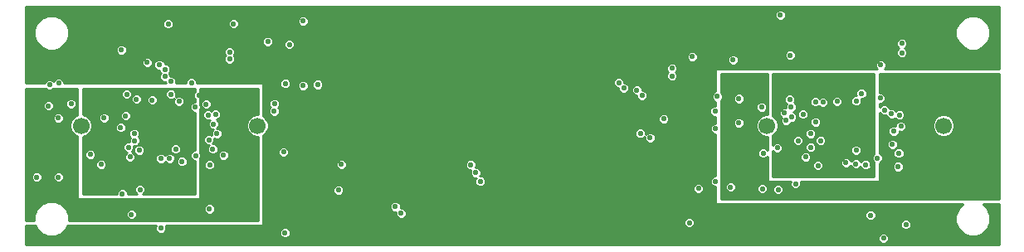
<source format=gbr>
G04 #@! TF.GenerationSoftware,KiCad,Pcbnew,5.0.2+dfsg1-1~bpo9+1*
G04 #@! TF.CreationDate,2019-09-26T17:33:24+02:00*
G04 #@! TF.ProjectId,OV9281,4f563932-3831-42e6-9b69-6361645f7063,rev?*
G04 #@! TF.SameCoordinates,Original*
G04 #@! TF.FileFunction,Copper,L2,Inr*
G04 #@! TF.FilePolarity,Positive*
%FSLAX46Y46*%
G04 Gerber Fmt 4.6, Leading zero omitted, Abs format (unit mm)*
G04 Created by KiCad (PCBNEW 5.0.2+dfsg1-1~bpo9+1) date Thu 26 Sep 2019 05:33:24 PM CEST*
%MOMM*%
%LPD*%
G01*
G04 APERTURE LIST*
G04 #@! TA.AperFunction,ViaPad*
%ADD10C,1.700000*%
G04 #@! TD*
G04 #@! TA.AperFunction,ViaPad*
%ADD11C,0.550000*%
G04 #@! TD*
G04 #@! TA.AperFunction,Conductor*
%ADD12C,0.254000*%
G04 #@! TD*
G04 APERTURE END LIST*
D10*
G04 #@! TO.N,N/C*
G04 #@! TO.C,REF\002A\002A*
X176000000Y-112500000D03*
X194000000Y-112500000D03*
G04 #@! TD*
G04 #@! TO.N,N/C*
G04 #@! TO.C,REF\002A\002A*
X124000000Y-112500000D03*
X106000000Y-112500000D03*
G04 #@! TD*
D11*
G04 #@! TO.N,GND*
X184028000Y-123590000D03*
X108802500Y-106680000D03*
X111252500Y-102386000D03*
X120402500Y-104536000D03*
X112002500Y-119010990D03*
X128102500Y-114036000D03*
X158252500Y-121136000D03*
X156752500Y-121136000D03*
X155252500Y-121136000D03*
X153752500Y-121086000D03*
X149252500Y-120986000D03*
X147752500Y-120986000D03*
X179128000Y-121240000D03*
X169552500Y-109986000D03*
X180202500Y-105136000D03*
X178352504Y-121686000D03*
X187852500Y-121586000D03*
X185752500Y-104986006D03*
X119302500Y-123136000D03*
X112452502Y-107986000D03*
X108250000Y-123750000D03*
X111150000Y-121550000D03*
X111150000Y-123850000D03*
G04 #@! TO.N,+3V3*
X119102500Y-120986000D03*
X126802500Y-123436000D03*
X138052500Y-120736000D03*
X138652500Y-121436000D03*
X190152500Y-122586000D03*
X168052500Y-122385998D03*
X186552500Y-121636000D03*
X128652500Y-108386000D03*
X114152500Y-122936000D03*
X121552500Y-102086000D03*
X128652500Y-101786000D03*
X114900000Y-102100000D03*
X187880000Y-123990000D03*
G04 #@! TO.N,+2V8*
X126652500Y-115186000D03*
X173102511Y-112185989D03*
G04 #@! TO.N,+1V8*
X112752500Y-106034577D03*
X110102500Y-104736000D03*
X189752500Y-105036000D03*
X168352500Y-105436000D03*
X187602494Y-106286000D03*
X126852500Y-108186000D03*
X117252500Y-108086000D03*
X130152500Y-108286000D03*
X189752492Y-104086000D03*
X102786456Y-108319956D03*
X172525000Y-105750000D03*
G04 #@! TO.N,+1V2*
X175502500Y-118936000D03*
X170752498Y-118186000D03*
X103684998Y-117750000D03*
X101470000Y-117750000D03*
X172280000Y-118760000D03*
X177120000Y-119000000D03*
G04 #@! TO.N,/CAM_L_D1_P*
X166300000Y-106610000D03*
G04 #@! TO.N,/CAM_L_D1_N*
X166300000Y-107400000D03*
G04 #@! TO.N,/CAM_R_D1_N*
X121160000Y-104950000D03*
G04 #@! TO.N,/CAM_R_D1_P*
X121170000Y-105670000D03*
G04 #@! TO.N,/CAM_L_CLK_P*
X161380000Y-108630000D03*
G04 #@! TO.N,/CAM_L_CLK_N*
X160860000Y-108090000D03*
G04 #@! TO.N,/CAM_R_CLK_N*
X114580000Y-107470000D03*
G04 #@! TO.N,/CAM_R_CLK_P*
X115160000Y-107960000D03*
G04 #@! TO.N,/CAM_L_D0_N*
X162710000Y-108860000D03*
G04 #@! TO.N,/CAM_L_D0_P*
X163230000Y-109400000D03*
G04 #@! TO.N,/CAM_R_D0_N*
X113990000Y-106270000D03*
G04 #@! TO.N,/CAM_R_D0_P*
X114570000Y-106760000D03*
G04 #@! TO.N,/CAM_RST*
X146252500Y-117286000D03*
X165460000Y-111780000D03*
G04 #@! TO.N,/M1_DOVDD*
X183140000Y-110020000D03*
X185619792Y-109207262D03*
X179652500Y-111324036D03*
X187268724Y-115785996D03*
X179937771Y-115671263D03*
X175452500Y-110586000D03*
X178300000Y-109800000D03*
X178462497Y-110572533D03*
X177775528Y-111199472D03*
G04 #@! TO.N,/M1_AGND*
X187752500Y-111586000D03*
X188190000Y-113320000D03*
X191727500Y-109986000D03*
X191727500Y-111786000D03*
X191727500Y-113586000D03*
X191727500Y-115286000D03*
X191727500Y-117086000D03*
X182152500Y-119186000D03*
X188652500Y-109186000D03*
X186187490Y-119180009D03*
X175525000Y-114175000D03*
X177925000Y-111950000D03*
X175425000Y-109875000D03*
G04 #@! TO.N,/M1_DVDD*
X181460000Y-114020000D03*
X188921426Y-113033159D03*
X185102283Y-109972274D03*
X187544926Y-109679941D03*
X185052500Y-116386002D03*
X181177496Y-116561004D03*
X181700000Y-110100000D03*
X178900000Y-118430000D03*
X189430000Y-115300000D03*
G04 #@! TO.N,/M1_AVDD*
X187952500Y-110886000D03*
X179150000Y-114025000D03*
X189352512Y-116668488D03*
X180452500Y-113286000D03*
X177050000Y-114750021D03*
G04 #@! TO.N,/M1_DGND*
X186752500Y-116486000D03*
X182071338Y-116583081D03*
X183552500Y-114885998D03*
X181252500Y-115185994D03*
X181152504Y-110986000D03*
X182752500Y-116586000D03*
X182447084Y-109938373D03*
X177890000Y-116486000D03*
X177030000Y-109840000D03*
G04 #@! TO.N,/M1_VN3*
X188702520Y-111286000D03*
G04 #@! TO.N,/M1_VH*
X189502500Y-111386000D03*
G04 #@! TO.N,/M1_CAM_SCL_1V8*
X180452500Y-114686000D03*
X175600000Y-115300000D03*
X125700000Y-111000000D03*
G04 #@! TO.N,/M1_VN2*
X189652500Y-112536004D03*
G04 #@! TO.N,/M1_SID*
X180948720Y-112112280D03*
X178500000Y-111600000D03*
X173124998Y-109725000D03*
G04 #@! TO.N,/M1_MCLK*
X180927508Y-110061008D03*
G04 #@! TO.N,/M1_PVDD*
X186052500Y-116486000D03*
G04 #@! TO.N,/M1_VN1*
X188780210Y-114396532D03*
G04 #@! TO.N,/M1_VSYNC_1V8*
X170752500Y-112786000D03*
G04 #@! TO.N,/CAM_NRST_1V8*
X125052500Y-103886000D03*
X185077495Y-114986000D03*
G04 #@! TO.N,/M1_CAM_SDA_1V8*
X184052500Y-116285998D03*
X169000000Y-118900004D03*
X125750000Y-110250000D03*
X132575000Y-116450000D03*
X132275000Y-119075000D03*
G04 #@! TO.N,/M2_DOVDD*
X113262500Y-109866000D03*
X115992500Y-109996000D03*
X110052500Y-112686000D03*
X108352500Y-111686000D03*
X110852500Y-114686000D03*
X117703594Y-115540094D03*
X110652500Y-109286000D03*
X102675000Y-110450000D03*
X103675000Y-111700000D03*
X105000000Y-110250000D03*
G04 #@! TO.N,/M2_AGND*
X122652500Y-118386000D03*
X118482500Y-113276000D03*
X123052500Y-109885992D03*
X118052500Y-109386000D03*
X119352500Y-109586000D03*
X120350000Y-109360000D03*
X103025000Y-113050000D03*
X121800000Y-111800000D03*
X121750000Y-113325000D03*
X121700000Y-114950000D03*
X102275000Y-113850000D03*
G04 #@! TO.N,/M2_DVDD*
X111462500Y-114020000D03*
X119872500Y-113286000D03*
X111652500Y-109786000D03*
X118752500Y-110286000D03*
X115170706Y-109267794D03*
X111952500Y-114986000D03*
X115046165Y-115835990D03*
X110210000Y-119440000D03*
X120520000Y-115490000D03*
G04 #@! TO.N,/M2_AVDD*
X111442500Y-113290000D03*
X119126000Y-116486002D03*
X117652500Y-110586008D03*
X106950000Y-115425000D03*
X108050000Y-116450000D03*
G04 #@! TO.N,/M2_DGND*
X112471751Y-109936215D03*
X114952500Y-118986000D03*
X113552500Y-118986000D03*
X106952496Y-117886000D03*
X108352500Y-118086000D03*
X117052500Y-118486000D03*
X117062500Y-115986000D03*
X111456145Y-110782590D03*
X106750000Y-108900000D03*
X113152500Y-114986000D03*
X109175010Y-109591632D03*
X108075000Y-110000000D03*
G04 #@! TO.N,/M2_VN3*
X118952500Y-111386000D03*
G04 #@! TO.N,/M2_VH*
X119713500Y-111325000D03*
G04 #@! TO.N,/M2_CAM_SCL_1V8*
X111002500Y-115686000D03*
G04 #@! TO.N,/M2_VN2*
X119500000Y-112325000D03*
G04 #@! TO.N,/M2_SID*
X103725000Y-108150000D03*
G04 #@! TO.N,/M2_MCLK_M*
X110562500Y-111476000D03*
X177352500Y-101186000D03*
X178352500Y-105286000D03*
G04 #@! TO.N,/M2_PVDD*
X116281200Y-116155991D03*
G04 #@! TO.N,/M2_VN1*
X119042500Y-113926000D03*
G04 #@! TO.N,/M2_VSYNC_1V8*
X115652500Y-114886000D03*
X127252500Y-104186000D03*
X119452500Y-114886000D03*
G04 #@! TO.N,/M2_CAM_SDA_1V8*
X114152498Y-115835990D03*
G04 #@! TO.N,/M2_VSYNC*
X145752500Y-116486000D03*
X163070000Y-113279998D03*
G04 #@! TO.N,/M1_VSYNC*
X164065647Y-113709265D03*
X146749671Y-118180010D03*
G04 #@! TO.N,/CAM_RST_1V8*
X170710000Y-111000000D03*
X170900000Y-109500000D03*
G04 #@! TD*
D12*
G04 #@! TO.N,/M2_DGND*
G36*
X117625500Y-109032354D02*
X117584537Y-109073317D01*
X117500500Y-109276200D01*
X117500500Y-109495800D01*
X117584537Y-109698683D01*
X117625500Y-109739646D01*
X117625500Y-110034008D01*
X117542700Y-110034008D01*
X117339817Y-110118045D01*
X117184537Y-110273325D01*
X117100500Y-110476208D01*
X117100500Y-110695808D01*
X117184537Y-110898691D01*
X117339817Y-111053971D01*
X117542700Y-111138008D01*
X117625500Y-111138008D01*
X117625500Y-114988094D01*
X117593794Y-114988094D01*
X117390911Y-115072131D01*
X117235631Y-115227411D01*
X117151594Y-115430294D01*
X117151594Y-115649894D01*
X117235631Y-115852777D01*
X117390911Y-116008057D01*
X117593794Y-116092094D01*
X117625500Y-116092094D01*
X117625500Y-119459000D01*
X112335136Y-119459000D01*
X112470463Y-119323673D01*
X112554500Y-119120790D01*
X112554500Y-118901190D01*
X112470463Y-118698307D01*
X112315183Y-118543027D01*
X112112300Y-118458990D01*
X111892700Y-118458990D01*
X111689817Y-118543027D01*
X111534537Y-118698307D01*
X111450500Y-118901190D01*
X111450500Y-119120790D01*
X111534537Y-119323673D01*
X111669864Y-119459000D01*
X110762000Y-119459000D01*
X110762000Y-119330200D01*
X110677963Y-119127317D01*
X110522683Y-118972037D01*
X110319800Y-118888000D01*
X110100200Y-118888000D01*
X109897317Y-118972037D01*
X109742037Y-119127317D01*
X109658000Y-119330200D01*
X109658000Y-119459000D01*
X106179500Y-119459000D01*
X106179500Y-116340200D01*
X107498000Y-116340200D01*
X107498000Y-116559800D01*
X107582037Y-116762683D01*
X107737317Y-116917963D01*
X107940200Y-117002000D01*
X108159800Y-117002000D01*
X108362683Y-116917963D01*
X108517963Y-116762683D01*
X108602000Y-116559800D01*
X108602000Y-116340200D01*
X108517963Y-116137317D01*
X108362683Y-115982037D01*
X108159800Y-115898000D01*
X107940200Y-115898000D01*
X107737317Y-115982037D01*
X107582037Y-116137317D01*
X107498000Y-116340200D01*
X106179500Y-116340200D01*
X106179500Y-115315200D01*
X106398000Y-115315200D01*
X106398000Y-115534800D01*
X106482037Y-115737683D01*
X106637317Y-115892963D01*
X106840200Y-115977000D01*
X107059800Y-115977000D01*
X107262683Y-115892963D01*
X107417963Y-115737683D01*
X107502000Y-115534800D01*
X107502000Y-115315200D01*
X107417963Y-115112317D01*
X107262683Y-114957037D01*
X107059800Y-114873000D01*
X106840200Y-114873000D01*
X106637317Y-114957037D01*
X106482037Y-115112317D01*
X106398000Y-115315200D01*
X106179500Y-115315200D01*
X106179500Y-114576200D01*
X110300500Y-114576200D01*
X110300500Y-114795800D01*
X110384537Y-114998683D01*
X110539817Y-115153963D01*
X110692161Y-115217066D01*
X110689817Y-115218037D01*
X110534537Y-115373317D01*
X110450500Y-115576200D01*
X110450500Y-115795800D01*
X110534537Y-115998683D01*
X110689817Y-116153963D01*
X110892700Y-116238000D01*
X111112300Y-116238000D01*
X111315183Y-116153963D01*
X111470463Y-115998683D01*
X111554500Y-115795800D01*
X111554500Y-115726190D01*
X113600498Y-115726190D01*
X113600498Y-115945790D01*
X113684535Y-116148673D01*
X113839815Y-116303953D01*
X114042698Y-116387990D01*
X114262298Y-116387990D01*
X114465181Y-116303953D01*
X114599332Y-116169803D01*
X114733482Y-116303953D01*
X114936365Y-116387990D01*
X115155965Y-116387990D01*
X115358848Y-116303953D01*
X115514128Y-116148673D01*
X115556577Y-116046191D01*
X115729200Y-116046191D01*
X115729200Y-116265791D01*
X115813237Y-116468674D01*
X115968517Y-116623954D01*
X116171400Y-116707991D01*
X116391000Y-116707991D01*
X116593883Y-116623954D01*
X116749163Y-116468674D01*
X116833200Y-116265791D01*
X116833200Y-116046191D01*
X116749163Y-115843308D01*
X116593883Y-115688028D01*
X116391000Y-115603991D01*
X116171400Y-115603991D01*
X115968517Y-115688028D01*
X115813237Y-115843308D01*
X115729200Y-116046191D01*
X115556577Y-116046191D01*
X115598165Y-115945790D01*
X115598165Y-115726190D01*
X115514128Y-115523307D01*
X115358848Y-115368027D01*
X115155965Y-115283990D01*
X114936365Y-115283990D01*
X114733482Y-115368027D01*
X114599332Y-115502178D01*
X114465181Y-115368027D01*
X114262298Y-115283990D01*
X114042698Y-115283990D01*
X113839815Y-115368027D01*
X113684535Y-115523307D01*
X113600498Y-115726190D01*
X111554500Y-115726190D01*
X111554500Y-115576200D01*
X111470463Y-115373317D01*
X111315183Y-115218037D01*
X111162839Y-115154934D01*
X111165183Y-115153963D01*
X111320463Y-114998683D01*
X111404500Y-114795800D01*
X111404500Y-114576200D01*
X111402760Y-114572000D01*
X111572300Y-114572000D01*
X111595438Y-114562416D01*
X111484537Y-114673317D01*
X111400500Y-114876200D01*
X111400500Y-115095800D01*
X111484537Y-115298683D01*
X111639817Y-115453963D01*
X111842700Y-115538000D01*
X112062300Y-115538000D01*
X112265183Y-115453963D01*
X112420463Y-115298683D01*
X112504500Y-115095800D01*
X112504500Y-114876200D01*
X112463079Y-114776200D01*
X115100500Y-114776200D01*
X115100500Y-114995800D01*
X115184537Y-115198683D01*
X115339817Y-115353963D01*
X115542700Y-115438000D01*
X115762300Y-115438000D01*
X115965183Y-115353963D01*
X116120463Y-115198683D01*
X116204500Y-114995800D01*
X116204500Y-114776200D01*
X116120463Y-114573317D01*
X115965183Y-114418037D01*
X115762300Y-114334000D01*
X115542700Y-114334000D01*
X115339817Y-114418037D01*
X115184537Y-114573317D01*
X115100500Y-114776200D01*
X112463079Y-114776200D01*
X112420463Y-114673317D01*
X112265183Y-114518037D01*
X112062300Y-114434000D01*
X111842700Y-114434000D01*
X111819562Y-114443584D01*
X111930463Y-114332683D01*
X112014500Y-114129800D01*
X112014500Y-113910200D01*
X111930463Y-113707317D01*
X111868146Y-113645000D01*
X111910463Y-113602683D01*
X111994500Y-113399800D01*
X111994500Y-113180200D01*
X111910463Y-112977317D01*
X111755183Y-112822037D01*
X111552300Y-112738000D01*
X111332700Y-112738000D01*
X111129817Y-112822037D01*
X110974537Y-112977317D01*
X110890500Y-113180200D01*
X110890500Y-113399800D01*
X110974537Y-113602683D01*
X111036854Y-113665000D01*
X110994537Y-113707317D01*
X110910500Y-113910200D01*
X110910500Y-114129800D01*
X110912240Y-114134000D01*
X110742700Y-114134000D01*
X110539817Y-114218037D01*
X110384537Y-114373317D01*
X110300500Y-114576200D01*
X106179500Y-114576200D01*
X106179500Y-113627000D01*
X106224174Y-113627000D01*
X106638394Y-113455424D01*
X106955424Y-113138394D01*
X107127000Y-112724174D01*
X107127000Y-112576200D01*
X109500500Y-112576200D01*
X109500500Y-112795800D01*
X109584537Y-112998683D01*
X109739817Y-113153963D01*
X109942700Y-113238000D01*
X110162300Y-113238000D01*
X110365183Y-113153963D01*
X110520463Y-112998683D01*
X110604500Y-112795800D01*
X110604500Y-112576200D01*
X110520463Y-112373317D01*
X110365183Y-112218037D01*
X110162300Y-112134000D01*
X109942700Y-112134000D01*
X109739817Y-112218037D01*
X109584537Y-112373317D01*
X109500500Y-112576200D01*
X107127000Y-112576200D01*
X107127000Y-112275826D01*
X106955424Y-111861606D01*
X106670018Y-111576200D01*
X107800500Y-111576200D01*
X107800500Y-111795800D01*
X107884537Y-111998683D01*
X108039817Y-112153963D01*
X108242700Y-112238000D01*
X108462300Y-112238000D01*
X108665183Y-112153963D01*
X108820463Y-111998683D01*
X108904500Y-111795800D01*
X108904500Y-111576200D01*
X108820463Y-111373317D01*
X108813346Y-111366200D01*
X110010500Y-111366200D01*
X110010500Y-111585800D01*
X110094537Y-111788683D01*
X110249817Y-111943963D01*
X110452700Y-112028000D01*
X110672300Y-112028000D01*
X110875183Y-111943963D01*
X111030463Y-111788683D01*
X111114500Y-111585800D01*
X111114500Y-111366200D01*
X111030463Y-111163317D01*
X110875183Y-111008037D01*
X110672300Y-110924000D01*
X110452700Y-110924000D01*
X110249817Y-111008037D01*
X110094537Y-111163317D01*
X110010500Y-111366200D01*
X108813346Y-111366200D01*
X108665183Y-111218037D01*
X108462300Y-111134000D01*
X108242700Y-111134000D01*
X108039817Y-111218037D01*
X107884537Y-111373317D01*
X107800500Y-111576200D01*
X106670018Y-111576200D01*
X106638394Y-111544576D01*
X106224174Y-111373000D01*
X106179500Y-111373000D01*
X106179500Y-109176200D01*
X110100500Y-109176200D01*
X110100500Y-109395800D01*
X110184537Y-109598683D01*
X110339817Y-109753963D01*
X110542700Y-109838000D01*
X110762300Y-109838000D01*
X110965183Y-109753963D01*
X111042946Y-109676200D01*
X111100500Y-109676200D01*
X111100500Y-109895800D01*
X111184537Y-110098683D01*
X111339817Y-110253963D01*
X111542700Y-110338000D01*
X111762300Y-110338000D01*
X111965183Y-110253963D01*
X112120463Y-110098683D01*
X112204500Y-109895800D01*
X112204500Y-109756200D01*
X112710500Y-109756200D01*
X112710500Y-109975800D01*
X112794537Y-110178683D01*
X112949817Y-110333963D01*
X113152700Y-110418000D01*
X113372300Y-110418000D01*
X113575183Y-110333963D01*
X113730463Y-110178683D01*
X113814500Y-109975800D01*
X113814500Y-109756200D01*
X113730463Y-109553317D01*
X113575183Y-109398037D01*
X113372300Y-109314000D01*
X113152700Y-109314000D01*
X112949817Y-109398037D01*
X112794537Y-109553317D01*
X112710500Y-109756200D01*
X112204500Y-109756200D01*
X112204500Y-109676200D01*
X112120463Y-109473317D01*
X111965183Y-109318037D01*
X111762300Y-109234000D01*
X111542700Y-109234000D01*
X111339817Y-109318037D01*
X111184537Y-109473317D01*
X111100500Y-109676200D01*
X111042946Y-109676200D01*
X111120463Y-109598683D01*
X111204500Y-109395800D01*
X111204500Y-109176200D01*
X111196959Y-109157994D01*
X114618706Y-109157994D01*
X114618706Y-109377594D01*
X114702743Y-109580477D01*
X114858023Y-109735757D01*
X115060906Y-109819794D01*
X115280506Y-109819794D01*
X115483389Y-109735757D01*
X115516552Y-109702594D01*
X115440500Y-109886200D01*
X115440500Y-110105800D01*
X115524537Y-110308683D01*
X115679817Y-110463963D01*
X115882700Y-110548000D01*
X116102300Y-110548000D01*
X116305183Y-110463963D01*
X116460463Y-110308683D01*
X116544500Y-110105800D01*
X116544500Y-109886200D01*
X116460463Y-109683317D01*
X116305183Y-109528037D01*
X116102300Y-109444000D01*
X115882700Y-109444000D01*
X115679817Y-109528037D01*
X115646654Y-109561200D01*
X115722706Y-109377594D01*
X115722706Y-109157994D01*
X115638669Y-108955111D01*
X115483389Y-108799831D01*
X115280506Y-108715794D01*
X115060906Y-108715794D01*
X114858023Y-108799831D01*
X114702743Y-108955111D01*
X114618706Y-109157994D01*
X111196959Y-109157994D01*
X111120463Y-108973317D01*
X110965183Y-108818037D01*
X110762300Y-108734000D01*
X110542700Y-108734000D01*
X110339817Y-108818037D01*
X110184537Y-108973317D01*
X110100500Y-109176200D01*
X106179500Y-109176200D01*
X106179500Y-108713000D01*
X117625500Y-108713000D01*
X117625500Y-109032354D01*
X117625500Y-109032354D01*
G37*
X117625500Y-109032354D02*
X117584537Y-109073317D01*
X117500500Y-109276200D01*
X117500500Y-109495800D01*
X117584537Y-109698683D01*
X117625500Y-109739646D01*
X117625500Y-110034008D01*
X117542700Y-110034008D01*
X117339817Y-110118045D01*
X117184537Y-110273325D01*
X117100500Y-110476208D01*
X117100500Y-110695808D01*
X117184537Y-110898691D01*
X117339817Y-111053971D01*
X117542700Y-111138008D01*
X117625500Y-111138008D01*
X117625500Y-114988094D01*
X117593794Y-114988094D01*
X117390911Y-115072131D01*
X117235631Y-115227411D01*
X117151594Y-115430294D01*
X117151594Y-115649894D01*
X117235631Y-115852777D01*
X117390911Y-116008057D01*
X117593794Y-116092094D01*
X117625500Y-116092094D01*
X117625500Y-119459000D01*
X112335136Y-119459000D01*
X112470463Y-119323673D01*
X112554500Y-119120790D01*
X112554500Y-118901190D01*
X112470463Y-118698307D01*
X112315183Y-118543027D01*
X112112300Y-118458990D01*
X111892700Y-118458990D01*
X111689817Y-118543027D01*
X111534537Y-118698307D01*
X111450500Y-118901190D01*
X111450500Y-119120790D01*
X111534537Y-119323673D01*
X111669864Y-119459000D01*
X110762000Y-119459000D01*
X110762000Y-119330200D01*
X110677963Y-119127317D01*
X110522683Y-118972037D01*
X110319800Y-118888000D01*
X110100200Y-118888000D01*
X109897317Y-118972037D01*
X109742037Y-119127317D01*
X109658000Y-119330200D01*
X109658000Y-119459000D01*
X106179500Y-119459000D01*
X106179500Y-116340200D01*
X107498000Y-116340200D01*
X107498000Y-116559800D01*
X107582037Y-116762683D01*
X107737317Y-116917963D01*
X107940200Y-117002000D01*
X108159800Y-117002000D01*
X108362683Y-116917963D01*
X108517963Y-116762683D01*
X108602000Y-116559800D01*
X108602000Y-116340200D01*
X108517963Y-116137317D01*
X108362683Y-115982037D01*
X108159800Y-115898000D01*
X107940200Y-115898000D01*
X107737317Y-115982037D01*
X107582037Y-116137317D01*
X107498000Y-116340200D01*
X106179500Y-116340200D01*
X106179500Y-115315200D01*
X106398000Y-115315200D01*
X106398000Y-115534800D01*
X106482037Y-115737683D01*
X106637317Y-115892963D01*
X106840200Y-115977000D01*
X107059800Y-115977000D01*
X107262683Y-115892963D01*
X107417963Y-115737683D01*
X107502000Y-115534800D01*
X107502000Y-115315200D01*
X107417963Y-115112317D01*
X107262683Y-114957037D01*
X107059800Y-114873000D01*
X106840200Y-114873000D01*
X106637317Y-114957037D01*
X106482037Y-115112317D01*
X106398000Y-115315200D01*
X106179500Y-115315200D01*
X106179500Y-114576200D01*
X110300500Y-114576200D01*
X110300500Y-114795800D01*
X110384537Y-114998683D01*
X110539817Y-115153963D01*
X110692161Y-115217066D01*
X110689817Y-115218037D01*
X110534537Y-115373317D01*
X110450500Y-115576200D01*
X110450500Y-115795800D01*
X110534537Y-115998683D01*
X110689817Y-116153963D01*
X110892700Y-116238000D01*
X111112300Y-116238000D01*
X111315183Y-116153963D01*
X111470463Y-115998683D01*
X111554500Y-115795800D01*
X111554500Y-115726190D01*
X113600498Y-115726190D01*
X113600498Y-115945790D01*
X113684535Y-116148673D01*
X113839815Y-116303953D01*
X114042698Y-116387990D01*
X114262298Y-116387990D01*
X114465181Y-116303953D01*
X114599332Y-116169803D01*
X114733482Y-116303953D01*
X114936365Y-116387990D01*
X115155965Y-116387990D01*
X115358848Y-116303953D01*
X115514128Y-116148673D01*
X115556577Y-116046191D01*
X115729200Y-116046191D01*
X115729200Y-116265791D01*
X115813237Y-116468674D01*
X115968517Y-116623954D01*
X116171400Y-116707991D01*
X116391000Y-116707991D01*
X116593883Y-116623954D01*
X116749163Y-116468674D01*
X116833200Y-116265791D01*
X116833200Y-116046191D01*
X116749163Y-115843308D01*
X116593883Y-115688028D01*
X116391000Y-115603991D01*
X116171400Y-115603991D01*
X115968517Y-115688028D01*
X115813237Y-115843308D01*
X115729200Y-116046191D01*
X115556577Y-116046191D01*
X115598165Y-115945790D01*
X115598165Y-115726190D01*
X115514128Y-115523307D01*
X115358848Y-115368027D01*
X115155965Y-115283990D01*
X114936365Y-115283990D01*
X114733482Y-115368027D01*
X114599332Y-115502178D01*
X114465181Y-115368027D01*
X114262298Y-115283990D01*
X114042698Y-115283990D01*
X113839815Y-115368027D01*
X113684535Y-115523307D01*
X113600498Y-115726190D01*
X111554500Y-115726190D01*
X111554500Y-115576200D01*
X111470463Y-115373317D01*
X111315183Y-115218037D01*
X111162839Y-115154934D01*
X111165183Y-115153963D01*
X111320463Y-114998683D01*
X111404500Y-114795800D01*
X111404500Y-114576200D01*
X111402760Y-114572000D01*
X111572300Y-114572000D01*
X111595438Y-114562416D01*
X111484537Y-114673317D01*
X111400500Y-114876200D01*
X111400500Y-115095800D01*
X111484537Y-115298683D01*
X111639817Y-115453963D01*
X111842700Y-115538000D01*
X112062300Y-115538000D01*
X112265183Y-115453963D01*
X112420463Y-115298683D01*
X112504500Y-115095800D01*
X112504500Y-114876200D01*
X112463079Y-114776200D01*
X115100500Y-114776200D01*
X115100500Y-114995800D01*
X115184537Y-115198683D01*
X115339817Y-115353963D01*
X115542700Y-115438000D01*
X115762300Y-115438000D01*
X115965183Y-115353963D01*
X116120463Y-115198683D01*
X116204500Y-114995800D01*
X116204500Y-114776200D01*
X116120463Y-114573317D01*
X115965183Y-114418037D01*
X115762300Y-114334000D01*
X115542700Y-114334000D01*
X115339817Y-114418037D01*
X115184537Y-114573317D01*
X115100500Y-114776200D01*
X112463079Y-114776200D01*
X112420463Y-114673317D01*
X112265183Y-114518037D01*
X112062300Y-114434000D01*
X111842700Y-114434000D01*
X111819562Y-114443584D01*
X111930463Y-114332683D01*
X112014500Y-114129800D01*
X112014500Y-113910200D01*
X111930463Y-113707317D01*
X111868146Y-113645000D01*
X111910463Y-113602683D01*
X111994500Y-113399800D01*
X111994500Y-113180200D01*
X111910463Y-112977317D01*
X111755183Y-112822037D01*
X111552300Y-112738000D01*
X111332700Y-112738000D01*
X111129817Y-112822037D01*
X110974537Y-112977317D01*
X110890500Y-113180200D01*
X110890500Y-113399800D01*
X110974537Y-113602683D01*
X111036854Y-113665000D01*
X110994537Y-113707317D01*
X110910500Y-113910200D01*
X110910500Y-114129800D01*
X110912240Y-114134000D01*
X110742700Y-114134000D01*
X110539817Y-114218037D01*
X110384537Y-114373317D01*
X110300500Y-114576200D01*
X106179500Y-114576200D01*
X106179500Y-113627000D01*
X106224174Y-113627000D01*
X106638394Y-113455424D01*
X106955424Y-113138394D01*
X107127000Y-112724174D01*
X107127000Y-112576200D01*
X109500500Y-112576200D01*
X109500500Y-112795800D01*
X109584537Y-112998683D01*
X109739817Y-113153963D01*
X109942700Y-113238000D01*
X110162300Y-113238000D01*
X110365183Y-113153963D01*
X110520463Y-112998683D01*
X110604500Y-112795800D01*
X110604500Y-112576200D01*
X110520463Y-112373317D01*
X110365183Y-112218037D01*
X110162300Y-112134000D01*
X109942700Y-112134000D01*
X109739817Y-112218037D01*
X109584537Y-112373317D01*
X109500500Y-112576200D01*
X107127000Y-112576200D01*
X107127000Y-112275826D01*
X106955424Y-111861606D01*
X106670018Y-111576200D01*
X107800500Y-111576200D01*
X107800500Y-111795800D01*
X107884537Y-111998683D01*
X108039817Y-112153963D01*
X108242700Y-112238000D01*
X108462300Y-112238000D01*
X108665183Y-112153963D01*
X108820463Y-111998683D01*
X108904500Y-111795800D01*
X108904500Y-111576200D01*
X108820463Y-111373317D01*
X108813346Y-111366200D01*
X110010500Y-111366200D01*
X110010500Y-111585800D01*
X110094537Y-111788683D01*
X110249817Y-111943963D01*
X110452700Y-112028000D01*
X110672300Y-112028000D01*
X110875183Y-111943963D01*
X111030463Y-111788683D01*
X111114500Y-111585800D01*
X111114500Y-111366200D01*
X111030463Y-111163317D01*
X110875183Y-111008037D01*
X110672300Y-110924000D01*
X110452700Y-110924000D01*
X110249817Y-111008037D01*
X110094537Y-111163317D01*
X110010500Y-111366200D01*
X108813346Y-111366200D01*
X108665183Y-111218037D01*
X108462300Y-111134000D01*
X108242700Y-111134000D01*
X108039817Y-111218037D01*
X107884537Y-111373317D01*
X107800500Y-111576200D01*
X106670018Y-111576200D01*
X106638394Y-111544576D01*
X106224174Y-111373000D01*
X106179500Y-111373000D01*
X106179500Y-109176200D01*
X110100500Y-109176200D01*
X110100500Y-109395800D01*
X110184537Y-109598683D01*
X110339817Y-109753963D01*
X110542700Y-109838000D01*
X110762300Y-109838000D01*
X110965183Y-109753963D01*
X111042946Y-109676200D01*
X111100500Y-109676200D01*
X111100500Y-109895800D01*
X111184537Y-110098683D01*
X111339817Y-110253963D01*
X111542700Y-110338000D01*
X111762300Y-110338000D01*
X111965183Y-110253963D01*
X112120463Y-110098683D01*
X112204500Y-109895800D01*
X112204500Y-109756200D01*
X112710500Y-109756200D01*
X112710500Y-109975800D01*
X112794537Y-110178683D01*
X112949817Y-110333963D01*
X113152700Y-110418000D01*
X113372300Y-110418000D01*
X113575183Y-110333963D01*
X113730463Y-110178683D01*
X113814500Y-109975800D01*
X113814500Y-109756200D01*
X113730463Y-109553317D01*
X113575183Y-109398037D01*
X113372300Y-109314000D01*
X113152700Y-109314000D01*
X112949817Y-109398037D01*
X112794537Y-109553317D01*
X112710500Y-109756200D01*
X112204500Y-109756200D01*
X112204500Y-109676200D01*
X112120463Y-109473317D01*
X111965183Y-109318037D01*
X111762300Y-109234000D01*
X111542700Y-109234000D01*
X111339817Y-109318037D01*
X111184537Y-109473317D01*
X111100500Y-109676200D01*
X111042946Y-109676200D01*
X111120463Y-109598683D01*
X111204500Y-109395800D01*
X111204500Y-109176200D01*
X111196959Y-109157994D01*
X114618706Y-109157994D01*
X114618706Y-109377594D01*
X114702743Y-109580477D01*
X114858023Y-109735757D01*
X115060906Y-109819794D01*
X115280506Y-109819794D01*
X115483389Y-109735757D01*
X115516552Y-109702594D01*
X115440500Y-109886200D01*
X115440500Y-110105800D01*
X115524537Y-110308683D01*
X115679817Y-110463963D01*
X115882700Y-110548000D01*
X116102300Y-110548000D01*
X116305183Y-110463963D01*
X116460463Y-110308683D01*
X116544500Y-110105800D01*
X116544500Y-109886200D01*
X116460463Y-109683317D01*
X116305183Y-109528037D01*
X116102300Y-109444000D01*
X115882700Y-109444000D01*
X115679817Y-109528037D01*
X115646654Y-109561200D01*
X115722706Y-109377594D01*
X115722706Y-109157994D01*
X115638669Y-108955111D01*
X115483389Y-108799831D01*
X115280506Y-108715794D01*
X115060906Y-108715794D01*
X114858023Y-108799831D01*
X114702743Y-108955111D01*
X114618706Y-109157994D01*
X111196959Y-109157994D01*
X111120463Y-108973317D01*
X110965183Y-108818037D01*
X110762300Y-108734000D01*
X110542700Y-108734000D01*
X110339817Y-108818037D01*
X110184537Y-108973317D01*
X110100500Y-109176200D01*
X106179500Y-109176200D01*
X106179500Y-108713000D01*
X117625500Y-108713000D01*
X117625500Y-109032354D01*
G04 #@! TO.N,/M2_AGND*
G36*
X102473773Y-108787919D02*
X102676656Y-108871956D01*
X102896256Y-108871956D01*
X103099139Y-108787919D01*
X103174058Y-108713000D01*
X105625500Y-108713000D01*
X105625500Y-111435267D01*
X105361606Y-111544576D01*
X105044576Y-111861606D01*
X104873000Y-112275826D01*
X104873000Y-112724174D01*
X105044576Y-113138394D01*
X105361606Y-113455424D01*
X105625500Y-113564733D01*
X105625500Y-119886000D01*
X105635167Y-119934601D01*
X105662697Y-119975803D01*
X105703899Y-120003333D01*
X105752500Y-120013000D01*
X118052500Y-120013000D01*
X118101101Y-120003333D01*
X118142303Y-119975803D01*
X118169833Y-119934601D01*
X118179500Y-119886000D01*
X118179500Y-116376202D01*
X118574000Y-116376202D01*
X118574000Y-116595802D01*
X118658037Y-116798685D01*
X118813317Y-116953965D01*
X119016200Y-117038002D01*
X119235800Y-117038002D01*
X119438683Y-116953965D01*
X119593963Y-116798685D01*
X119678000Y-116595802D01*
X119678000Y-116376202D01*
X119593963Y-116173319D01*
X119438683Y-116018039D01*
X119235800Y-115934002D01*
X119016200Y-115934002D01*
X118813317Y-116018039D01*
X118658037Y-116173319D01*
X118574000Y-116376202D01*
X118179500Y-116376202D01*
X118179500Y-115833601D01*
X118255594Y-115649894D01*
X118255594Y-115430294D01*
X118179500Y-115246587D01*
X118179500Y-110756163D01*
X118204500Y-110695808D01*
X118204500Y-110476208D01*
X118179500Y-110415853D01*
X118179500Y-110176200D01*
X118200500Y-110176200D01*
X118200500Y-110395800D01*
X118284537Y-110598683D01*
X118439817Y-110753963D01*
X118642700Y-110838000D01*
X118833043Y-110838000D01*
X118639817Y-110918037D01*
X118484537Y-111073317D01*
X118400500Y-111276200D01*
X118400500Y-111495800D01*
X118484537Y-111698683D01*
X118639817Y-111853963D01*
X118842700Y-111938000D01*
X119062300Y-111938000D01*
X119137505Y-111906849D01*
X119032037Y-112012317D01*
X118948000Y-112215200D01*
X118948000Y-112434800D01*
X119032037Y-112637683D01*
X119187317Y-112792963D01*
X119390200Y-112877000D01*
X119500854Y-112877000D01*
X119404537Y-112973317D01*
X119320500Y-113176200D01*
X119320500Y-113395800D01*
X119344435Y-113453585D01*
X119152300Y-113374000D01*
X118932700Y-113374000D01*
X118729817Y-113458037D01*
X118574537Y-113613317D01*
X118490500Y-113816200D01*
X118490500Y-114035800D01*
X118574537Y-114238683D01*
X118729817Y-114393963D01*
X118932700Y-114478000D01*
X119079854Y-114478000D01*
X118984537Y-114573317D01*
X118900500Y-114776200D01*
X118900500Y-114995800D01*
X118984537Y-115198683D01*
X119139817Y-115353963D01*
X119342700Y-115438000D01*
X119562300Y-115438000D01*
X119701841Y-115380200D01*
X119968000Y-115380200D01*
X119968000Y-115599800D01*
X120052037Y-115802683D01*
X120207317Y-115957963D01*
X120410200Y-116042000D01*
X120629800Y-116042000D01*
X120832683Y-115957963D01*
X120987963Y-115802683D01*
X121072000Y-115599800D01*
X121072000Y-115380200D01*
X120987963Y-115177317D01*
X120832683Y-115022037D01*
X120629800Y-114938000D01*
X120410200Y-114938000D01*
X120207317Y-115022037D01*
X120052037Y-115177317D01*
X119968000Y-115380200D01*
X119701841Y-115380200D01*
X119765183Y-115353963D01*
X119920463Y-115198683D01*
X120004500Y-114995800D01*
X120004500Y-114776200D01*
X119920463Y-114573317D01*
X119765183Y-114418037D01*
X119562300Y-114334000D01*
X119415146Y-114334000D01*
X119510463Y-114238683D01*
X119594500Y-114035800D01*
X119594500Y-113816200D01*
X119570565Y-113758415D01*
X119762700Y-113838000D01*
X119982300Y-113838000D01*
X120185183Y-113753963D01*
X120340463Y-113598683D01*
X120424500Y-113395800D01*
X120424500Y-113176200D01*
X120340463Y-112973317D01*
X120185183Y-112818037D01*
X119982300Y-112734000D01*
X119871646Y-112734000D01*
X119967963Y-112637683D01*
X120052000Y-112434800D01*
X120052000Y-112215200D01*
X119967963Y-112012317D01*
X119829909Y-111874263D01*
X120026183Y-111792963D01*
X120181463Y-111637683D01*
X120265500Y-111434800D01*
X120265500Y-111215200D01*
X120181463Y-111012317D01*
X120026183Y-110857037D01*
X119823300Y-110773000D01*
X119603700Y-110773000D01*
X119400817Y-110857037D01*
X119302500Y-110955354D01*
X119265183Y-110918037D01*
X119062300Y-110834000D01*
X118871957Y-110834000D01*
X119065183Y-110753963D01*
X119220463Y-110598683D01*
X119304500Y-110395800D01*
X119304500Y-110176200D01*
X119220463Y-109973317D01*
X119065183Y-109818037D01*
X118862300Y-109734000D01*
X118642700Y-109734000D01*
X118439817Y-109818037D01*
X118284537Y-109973317D01*
X118200500Y-110176200D01*
X118179500Y-110176200D01*
X118179500Y-108713000D01*
X124025500Y-108713000D01*
X124025500Y-111373000D01*
X123775826Y-111373000D01*
X123361606Y-111544576D01*
X123044576Y-111861606D01*
X122873000Y-112275826D01*
X122873000Y-112724174D01*
X123044576Y-113138394D01*
X123361606Y-113455424D01*
X123775826Y-113627000D01*
X124025500Y-113627000D01*
X124025500Y-122159000D01*
X104777000Y-122159000D01*
X104777000Y-121646533D01*
X104691534Y-121440200D01*
X110598000Y-121440200D01*
X110598000Y-121659800D01*
X110682037Y-121862683D01*
X110837317Y-122017963D01*
X111040200Y-122102000D01*
X111259800Y-122102000D01*
X111462683Y-122017963D01*
X111617963Y-121862683D01*
X111702000Y-121659800D01*
X111702000Y-121440200D01*
X111617963Y-121237317D01*
X111462683Y-121082037D01*
X111259800Y-120998000D01*
X111040200Y-120998000D01*
X110837317Y-121082037D01*
X110682037Y-121237317D01*
X110598000Y-121440200D01*
X104691534Y-121440200D01*
X104506467Y-120993411D01*
X104389256Y-120876200D01*
X118550500Y-120876200D01*
X118550500Y-121095800D01*
X118634537Y-121298683D01*
X118789817Y-121453963D01*
X118992700Y-121538000D01*
X119212300Y-121538000D01*
X119415183Y-121453963D01*
X119570463Y-121298683D01*
X119654500Y-121095800D01*
X119654500Y-120876200D01*
X119570463Y-120673317D01*
X119415183Y-120518037D01*
X119212300Y-120434000D01*
X118992700Y-120434000D01*
X118789817Y-120518037D01*
X118634537Y-120673317D01*
X118550500Y-120876200D01*
X104389256Y-120876200D01*
X104006589Y-120493533D01*
X103353467Y-120223000D01*
X102646533Y-120223000D01*
X101993411Y-120493533D01*
X101493533Y-120993411D01*
X101223000Y-121646533D01*
X101223000Y-122159000D01*
X100352000Y-122159000D01*
X100352000Y-117640200D01*
X100918000Y-117640200D01*
X100918000Y-117859800D01*
X101002037Y-118062683D01*
X101157317Y-118217963D01*
X101360200Y-118302000D01*
X101579800Y-118302000D01*
X101782683Y-118217963D01*
X101937963Y-118062683D01*
X102022000Y-117859800D01*
X102022000Y-117640200D01*
X103132998Y-117640200D01*
X103132998Y-117859800D01*
X103217035Y-118062683D01*
X103372315Y-118217963D01*
X103575198Y-118302000D01*
X103794798Y-118302000D01*
X103997681Y-118217963D01*
X104152961Y-118062683D01*
X104236998Y-117859800D01*
X104236998Y-117640200D01*
X104152961Y-117437317D01*
X103997681Y-117282037D01*
X103794798Y-117198000D01*
X103575198Y-117198000D01*
X103372315Y-117282037D01*
X103217035Y-117437317D01*
X103132998Y-117640200D01*
X102022000Y-117640200D01*
X101937963Y-117437317D01*
X101782683Y-117282037D01*
X101579800Y-117198000D01*
X101360200Y-117198000D01*
X101157317Y-117282037D01*
X101002037Y-117437317D01*
X100918000Y-117640200D01*
X100352000Y-117640200D01*
X100352000Y-111590200D01*
X103123000Y-111590200D01*
X103123000Y-111809800D01*
X103207037Y-112012683D01*
X103362317Y-112167963D01*
X103565200Y-112252000D01*
X103784800Y-112252000D01*
X103987683Y-112167963D01*
X104142963Y-112012683D01*
X104227000Y-111809800D01*
X104227000Y-111590200D01*
X104142963Y-111387317D01*
X103987683Y-111232037D01*
X103784800Y-111148000D01*
X103565200Y-111148000D01*
X103362317Y-111232037D01*
X103207037Y-111387317D01*
X103123000Y-111590200D01*
X100352000Y-111590200D01*
X100352000Y-110340200D01*
X102123000Y-110340200D01*
X102123000Y-110559800D01*
X102207037Y-110762683D01*
X102362317Y-110917963D01*
X102565200Y-111002000D01*
X102784800Y-111002000D01*
X102987683Y-110917963D01*
X103142963Y-110762683D01*
X103227000Y-110559800D01*
X103227000Y-110340200D01*
X103144158Y-110140200D01*
X104448000Y-110140200D01*
X104448000Y-110359800D01*
X104532037Y-110562683D01*
X104687317Y-110717963D01*
X104890200Y-110802000D01*
X105109800Y-110802000D01*
X105312683Y-110717963D01*
X105467963Y-110562683D01*
X105552000Y-110359800D01*
X105552000Y-110140200D01*
X105467963Y-109937317D01*
X105312683Y-109782037D01*
X105109800Y-109698000D01*
X104890200Y-109698000D01*
X104687317Y-109782037D01*
X104532037Y-109937317D01*
X104448000Y-110140200D01*
X103144158Y-110140200D01*
X103142963Y-110137317D01*
X102987683Y-109982037D01*
X102784800Y-109898000D01*
X102565200Y-109898000D01*
X102362317Y-109982037D01*
X102207037Y-110137317D01*
X102123000Y-110340200D01*
X100352000Y-110340200D01*
X100352000Y-108713000D01*
X102398854Y-108713000D01*
X102473773Y-108787919D01*
X102473773Y-108787919D01*
G37*
X102473773Y-108787919D02*
X102676656Y-108871956D01*
X102896256Y-108871956D01*
X103099139Y-108787919D01*
X103174058Y-108713000D01*
X105625500Y-108713000D01*
X105625500Y-111435267D01*
X105361606Y-111544576D01*
X105044576Y-111861606D01*
X104873000Y-112275826D01*
X104873000Y-112724174D01*
X105044576Y-113138394D01*
X105361606Y-113455424D01*
X105625500Y-113564733D01*
X105625500Y-119886000D01*
X105635167Y-119934601D01*
X105662697Y-119975803D01*
X105703899Y-120003333D01*
X105752500Y-120013000D01*
X118052500Y-120013000D01*
X118101101Y-120003333D01*
X118142303Y-119975803D01*
X118169833Y-119934601D01*
X118179500Y-119886000D01*
X118179500Y-116376202D01*
X118574000Y-116376202D01*
X118574000Y-116595802D01*
X118658037Y-116798685D01*
X118813317Y-116953965D01*
X119016200Y-117038002D01*
X119235800Y-117038002D01*
X119438683Y-116953965D01*
X119593963Y-116798685D01*
X119678000Y-116595802D01*
X119678000Y-116376202D01*
X119593963Y-116173319D01*
X119438683Y-116018039D01*
X119235800Y-115934002D01*
X119016200Y-115934002D01*
X118813317Y-116018039D01*
X118658037Y-116173319D01*
X118574000Y-116376202D01*
X118179500Y-116376202D01*
X118179500Y-115833601D01*
X118255594Y-115649894D01*
X118255594Y-115430294D01*
X118179500Y-115246587D01*
X118179500Y-110756163D01*
X118204500Y-110695808D01*
X118204500Y-110476208D01*
X118179500Y-110415853D01*
X118179500Y-110176200D01*
X118200500Y-110176200D01*
X118200500Y-110395800D01*
X118284537Y-110598683D01*
X118439817Y-110753963D01*
X118642700Y-110838000D01*
X118833043Y-110838000D01*
X118639817Y-110918037D01*
X118484537Y-111073317D01*
X118400500Y-111276200D01*
X118400500Y-111495800D01*
X118484537Y-111698683D01*
X118639817Y-111853963D01*
X118842700Y-111938000D01*
X119062300Y-111938000D01*
X119137505Y-111906849D01*
X119032037Y-112012317D01*
X118948000Y-112215200D01*
X118948000Y-112434800D01*
X119032037Y-112637683D01*
X119187317Y-112792963D01*
X119390200Y-112877000D01*
X119500854Y-112877000D01*
X119404537Y-112973317D01*
X119320500Y-113176200D01*
X119320500Y-113395800D01*
X119344435Y-113453585D01*
X119152300Y-113374000D01*
X118932700Y-113374000D01*
X118729817Y-113458037D01*
X118574537Y-113613317D01*
X118490500Y-113816200D01*
X118490500Y-114035800D01*
X118574537Y-114238683D01*
X118729817Y-114393963D01*
X118932700Y-114478000D01*
X119079854Y-114478000D01*
X118984537Y-114573317D01*
X118900500Y-114776200D01*
X118900500Y-114995800D01*
X118984537Y-115198683D01*
X119139817Y-115353963D01*
X119342700Y-115438000D01*
X119562300Y-115438000D01*
X119701841Y-115380200D01*
X119968000Y-115380200D01*
X119968000Y-115599800D01*
X120052037Y-115802683D01*
X120207317Y-115957963D01*
X120410200Y-116042000D01*
X120629800Y-116042000D01*
X120832683Y-115957963D01*
X120987963Y-115802683D01*
X121072000Y-115599800D01*
X121072000Y-115380200D01*
X120987963Y-115177317D01*
X120832683Y-115022037D01*
X120629800Y-114938000D01*
X120410200Y-114938000D01*
X120207317Y-115022037D01*
X120052037Y-115177317D01*
X119968000Y-115380200D01*
X119701841Y-115380200D01*
X119765183Y-115353963D01*
X119920463Y-115198683D01*
X120004500Y-114995800D01*
X120004500Y-114776200D01*
X119920463Y-114573317D01*
X119765183Y-114418037D01*
X119562300Y-114334000D01*
X119415146Y-114334000D01*
X119510463Y-114238683D01*
X119594500Y-114035800D01*
X119594500Y-113816200D01*
X119570565Y-113758415D01*
X119762700Y-113838000D01*
X119982300Y-113838000D01*
X120185183Y-113753963D01*
X120340463Y-113598683D01*
X120424500Y-113395800D01*
X120424500Y-113176200D01*
X120340463Y-112973317D01*
X120185183Y-112818037D01*
X119982300Y-112734000D01*
X119871646Y-112734000D01*
X119967963Y-112637683D01*
X120052000Y-112434800D01*
X120052000Y-112215200D01*
X119967963Y-112012317D01*
X119829909Y-111874263D01*
X120026183Y-111792963D01*
X120181463Y-111637683D01*
X120265500Y-111434800D01*
X120265500Y-111215200D01*
X120181463Y-111012317D01*
X120026183Y-110857037D01*
X119823300Y-110773000D01*
X119603700Y-110773000D01*
X119400817Y-110857037D01*
X119302500Y-110955354D01*
X119265183Y-110918037D01*
X119062300Y-110834000D01*
X118871957Y-110834000D01*
X119065183Y-110753963D01*
X119220463Y-110598683D01*
X119304500Y-110395800D01*
X119304500Y-110176200D01*
X119220463Y-109973317D01*
X119065183Y-109818037D01*
X118862300Y-109734000D01*
X118642700Y-109734000D01*
X118439817Y-109818037D01*
X118284537Y-109973317D01*
X118200500Y-110176200D01*
X118179500Y-110176200D01*
X118179500Y-108713000D01*
X124025500Y-108713000D01*
X124025500Y-111373000D01*
X123775826Y-111373000D01*
X123361606Y-111544576D01*
X123044576Y-111861606D01*
X122873000Y-112275826D01*
X122873000Y-112724174D01*
X123044576Y-113138394D01*
X123361606Y-113455424D01*
X123775826Y-113627000D01*
X124025500Y-113627000D01*
X124025500Y-122159000D01*
X104777000Y-122159000D01*
X104777000Y-121646533D01*
X104691534Y-121440200D01*
X110598000Y-121440200D01*
X110598000Y-121659800D01*
X110682037Y-121862683D01*
X110837317Y-122017963D01*
X111040200Y-122102000D01*
X111259800Y-122102000D01*
X111462683Y-122017963D01*
X111617963Y-121862683D01*
X111702000Y-121659800D01*
X111702000Y-121440200D01*
X111617963Y-121237317D01*
X111462683Y-121082037D01*
X111259800Y-120998000D01*
X111040200Y-120998000D01*
X110837317Y-121082037D01*
X110682037Y-121237317D01*
X110598000Y-121440200D01*
X104691534Y-121440200D01*
X104506467Y-120993411D01*
X104389256Y-120876200D01*
X118550500Y-120876200D01*
X118550500Y-121095800D01*
X118634537Y-121298683D01*
X118789817Y-121453963D01*
X118992700Y-121538000D01*
X119212300Y-121538000D01*
X119415183Y-121453963D01*
X119570463Y-121298683D01*
X119654500Y-121095800D01*
X119654500Y-120876200D01*
X119570463Y-120673317D01*
X119415183Y-120518037D01*
X119212300Y-120434000D01*
X118992700Y-120434000D01*
X118789817Y-120518037D01*
X118634537Y-120673317D01*
X118550500Y-120876200D01*
X104389256Y-120876200D01*
X104006589Y-120493533D01*
X103353467Y-120223000D01*
X102646533Y-120223000D01*
X101993411Y-120493533D01*
X101493533Y-120993411D01*
X101223000Y-121646533D01*
X101223000Y-122159000D01*
X100352000Y-122159000D01*
X100352000Y-117640200D01*
X100918000Y-117640200D01*
X100918000Y-117859800D01*
X101002037Y-118062683D01*
X101157317Y-118217963D01*
X101360200Y-118302000D01*
X101579800Y-118302000D01*
X101782683Y-118217963D01*
X101937963Y-118062683D01*
X102022000Y-117859800D01*
X102022000Y-117640200D01*
X103132998Y-117640200D01*
X103132998Y-117859800D01*
X103217035Y-118062683D01*
X103372315Y-118217963D01*
X103575198Y-118302000D01*
X103794798Y-118302000D01*
X103997681Y-118217963D01*
X104152961Y-118062683D01*
X104236998Y-117859800D01*
X104236998Y-117640200D01*
X104152961Y-117437317D01*
X103997681Y-117282037D01*
X103794798Y-117198000D01*
X103575198Y-117198000D01*
X103372315Y-117282037D01*
X103217035Y-117437317D01*
X103132998Y-117640200D01*
X102022000Y-117640200D01*
X101937963Y-117437317D01*
X101782683Y-117282037D01*
X101579800Y-117198000D01*
X101360200Y-117198000D01*
X101157317Y-117282037D01*
X101002037Y-117437317D01*
X100918000Y-117640200D01*
X100352000Y-117640200D01*
X100352000Y-111590200D01*
X103123000Y-111590200D01*
X103123000Y-111809800D01*
X103207037Y-112012683D01*
X103362317Y-112167963D01*
X103565200Y-112252000D01*
X103784800Y-112252000D01*
X103987683Y-112167963D01*
X104142963Y-112012683D01*
X104227000Y-111809800D01*
X104227000Y-111590200D01*
X104142963Y-111387317D01*
X103987683Y-111232037D01*
X103784800Y-111148000D01*
X103565200Y-111148000D01*
X103362317Y-111232037D01*
X103207037Y-111387317D01*
X103123000Y-111590200D01*
X100352000Y-111590200D01*
X100352000Y-110340200D01*
X102123000Y-110340200D01*
X102123000Y-110559800D01*
X102207037Y-110762683D01*
X102362317Y-110917963D01*
X102565200Y-111002000D01*
X102784800Y-111002000D01*
X102987683Y-110917963D01*
X103142963Y-110762683D01*
X103227000Y-110559800D01*
X103227000Y-110340200D01*
X103144158Y-110140200D01*
X104448000Y-110140200D01*
X104448000Y-110359800D01*
X104532037Y-110562683D01*
X104687317Y-110717963D01*
X104890200Y-110802000D01*
X105109800Y-110802000D01*
X105312683Y-110717963D01*
X105467963Y-110562683D01*
X105552000Y-110359800D01*
X105552000Y-110140200D01*
X105467963Y-109937317D01*
X105312683Y-109782037D01*
X105109800Y-109698000D01*
X104890200Y-109698000D01*
X104687317Y-109782037D01*
X104532037Y-109937317D01*
X104448000Y-110140200D01*
X103144158Y-110140200D01*
X103142963Y-110137317D01*
X102987683Y-109982037D01*
X102784800Y-109898000D01*
X102565200Y-109898000D01*
X102362317Y-109982037D01*
X102207037Y-110137317D01*
X102123000Y-110340200D01*
X100352000Y-110340200D01*
X100352000Y-108713000D01*
X102398854Y-108713000D01*
X102473773Y-108787919D01*
G04 #@! TO.N,GND*
G36*
X199648001Y-106659000D02*
X188010140Y-106659000D01*
X188070457Y-106598683D01*
X188154494Y-106395800D01*
X188154494Y-106176200D01*
X188070457Y-105973317D01*
X187915177Y-105818037D01*
X187712294Y-105734000D01*
X187492694Y-105734000D01*
X187289811Y-105818037D01*
X187134531Y-105973317D01*
X187050494Y-106176200D01*
X187050494Y-106395800D01*
X187134531Y-106598683D01*
X187194848Y-106659000D01*
X170852500Y-106659000D01*
X170803899Y-106668667D01*
X170762697Y-106696197D01*
X170735167Y-106737399D01*
X170725500Y-106786000D01*
X170725500Y-108974800D01*
X170587317Y-109032037D01*
X170432037Y-109187317D01*
X170348000Y-109390200D01*
X170348000Y-109609800D01*
X170432037Y-109812683D01*
X170587317Y-109967963D01*
X170725500Y-110025200D01*
X170725500Y-110448000D01*
X170600200Y-110448000D01*
X170397317Y-110532037D01*
X170242037Y-110687317D01*
X170158000Y-110890200D01*
X170158000Y-111109800D01*
X170242037Y-111312683D01*
X170397317Y-111467963D01*
X170600200Y-111552000D01*
X170725500Y-111552000D01*
X170725500Y-112234000D01*
X170642700Y-112234000D01*
X170439817Y-112318037D01*
X170284537Y-112473317D01*
X170200500Y-112676200D01*
X170200500Y-112895800D01*
X170284537Y-113098683D01*
X170439817Y-113253963D01*
X170642700Y-113338000D01*
X170725500Y-113338000D01*
X170725500Y-117634000D01*
X170642698Y-117634000D01*
X170439815Y-117718037D01*
X170284535Y-117873317D01*
X170200498Y-118076200D01*
X170200498Y-118295800D01*
X170284535Y-118498683D01*
X170439815Y-118653963D01*
X170642698Y-118738000D01*
X170725500Y-118738000D01*
X170725500Y-120386000D01*
X170735167Y-120434601D01*
X170762697Y-120475803D01*
X170803899Y-120503333D01*
X170852500Y-120513000D01*
X195973944Y-120513000D01*
X195493533Y-120993411D01*
X195223000Y-121646533D01*
X195223000Y-122353467D01*
X195493533Y-123006589D01*
X195993411Y-123506467D01*
X196646533Y-123777000D01*
X197353467Y-123777000D01*
X198006589Y-123506467D01*
X198506467Y-123006589D01*
X198777000Y-122353467D01*
X198777000Y-121646533D01*
X198506467Y-120993411D01*
X198026056Y-120513000D01*
X199648000Y-120513000D01*
X199648000Y-124648000D01*
X100352000Y-124648000D01*
X100352000Y-122713000D01*
X101371924Y-122713000D01*
X101493533Y-123006589D01*
X101993411Y-123506467D01*
X102646533Y-123777000D01*
X103353467Y-123777000D01*
X104006589Y-123506467D01*
X104506467Y-123006589D01*
X104628076Y-122713000D01*
X113647389Y-122713000D01*
X113600500Y-122826200D01*
X113600500Y-123045800D01*
X113684537Y-123248683D01*
X113839817Y-123403963D01*
X114042700Y-123488000D01*
X114262300Y-123488000D01*
X114465183Y-123403963D01*
X114542946Y-123326200D01*
X126250500Y-123326200D01*
X126250500Y-123545800D01*
X126334537Y-123748683D01*
X126489817Y-123903963D01*
X126692700Y-123988000D01*
X126912300Y-123988000D01*
X127115183Y-123903963D01*
X127138946Y-123880200D01*
X187328000Y-123880200D01*
X187328000Y-124099800D01*
X187412037Y-124302683D01*
X187567317Y-124457963D01*
X187770200Y-124542000D01*
X187989800Y-124542000D01*
X188192683Y-124457963D01*
X188347963Y-124302683D01*
X188432000Y-124099800D01*
X188432000Y-123880200D01*
X188347963Y-123677317D01*
X188192683Y-123522037D01*
X187989800Y-123438000D01*
X187770200Y-123438000D01*
X187567317Y-123522037D01*
X187412037Y-123677317D01*
X187328000Y-123880200D01*
X127138946Y-123880200D01*
X127270463Y-123748683D01*
X127354500Y-123545800D01*
X127354500Y-123326200D01*
X127270463Y-123123317D01*
X127115183Y-122968037D01*
X126912300Y-122884000D01*
X126692700Y-122884000D01*
X126489817Y-122968037D01*
X126334537Y-123123317D01*
X126250500Y-123326200D01*
X114542946Y-123326200D01*
X114620463Y-123248683D01*
X114704500Y-123045800D01*
X114704500Y-122826200D01*
X114657611Y-122713000D01*
X124452500Y-122713000D01*
X124501101Y-122703333D01*
X124542303Y-122675803D01*
X124569833Y-122634601D01*
X124579500Y-122586000D01*
X124579500Y-122276198D01*
X167500500Y-122276198D01*
X167500500Y-122495798D01*
X167584537Y-122698681D01*
X167739817Y-122853961D01*
X167942700Y-122937998D01*
X168162300Y-122937998D01*
X168365183Y-122853961D01*
X168520463Y-122698681D01*
X168604500Y-122495798D01*
X168604500Y-122476200D01*
X189600500Y-122476200D01*
X189600500Y-122695800D01*
X189684537Y-122898683D01*
X189839817Y-123053963D01*
X190042700Y-123138000D01*
X190262300Y-123138000D01*
X190465183Y-123053963D01*
X190620463Y-122898683D01*
X190704500Y-122695800D01*
X190704500Y-122476200D01*
X190620463Y-122273317D01*
X190465183Y-122118037D01*
X190262300Y-122034000D01*
X190042700Y-122034000D01*
X189839817Y-122118037D01*
X189684537Y-122273317D01*
X189600500Y-122476200D01*
X168604500Y-122476200D01*
X168604500Y-122276198D01*
X168520463Y-122073315D01*
X168365183Y-121918035D01*
X168162300Y-121833998D01*
X167942700Y-121833998D01*
X167739817Y-121918035D01*
X167584537Y-122073315D01*
X167500500Y-122276198D01*
X124579500Y-122276198D01*
X124579500Y-120626200D01*
X137500500Y-120626200D01*
X137500500Y-120845800D01*
X137584537Y-121048683D01*
X137739817Y-121203963D01*
X137942700Y-121288000D01*
X138116323Y-121288000D01*
X138100500Y-121326200D01*
X138100500Y-121545800D01*
X138184537Y-121748683D01*
X138339817Y-121903963D01*
X138542700Y-121988000D01*
X138762300Y-121988000D01*
X138965183Y-121903963D01*
X139120463Y-121748683D01*
X139204500Y-121545800D01*
X139204500Y-121526200D01*
X186000500Y-121526200D01*
X186000500Y-121745800D01*
X186084537Y-121948683D01*
X186239817Y-122103963D01*
X186442700Y-122188000D01*
X186662300Y-122188000D01*
X186865183Y-122103963D01*
X187020463Y-121948683D01*
X187104500Y-121745800D01*
X187104500Y-121526200D01*
X187020463Y-121323317D01*
X186865183Y-121168037D01*
X186662300Y-121084000D01*
X186442700Y-121084000D01*
X186239817Y-121168037D01*
X186084537Y-121323317D01*
X186000500Y-121526200D01*
X139204500Y-121526200D01*
X139204500Y-121326200D01*
X139120463Y-121123317D01*
X138965183Y-120968037D01*
X138762300Y-120884000D01*
X138588677Y-120884000D01*
X138604500Y-120845800D01*
X138604500Y-120626200D01*
X138520463Y-120423317D01*
X138365183Y-120268037D01*
X138162300Y-120184000D01*
X137942700Y-120184000D01*
X137739817Y-120268037D01*
X137584537Y-120423317D01*
X137500500Y-120626200D01*
X124579500Y-120626200D01*
X124579500Y-118965200D01*
X131723000Y-118965200D01*
X131723000Y-119184800D01*
X131807037Y-119387683D01*
X131962317Y-119542963D01*
X132165200Y-119627000D01*
X132384800Y-119627000D01*
X132587683Y-119542963D01*
X132742963Y-119387683D01*
X132827000Y-119184800D01*
X132827000Y-118965200D01*
X132754515Y-118790204D01*
X168448000Y-118790204D01*
X168448000Y-119009804D01*
X168532037Y-119212687D01*
X168687317Y-119367967D01*
X168890200Y-119452004D01*
X169109800Y-119452004D01*
X169312683Y-119367967D01*
X169467963Y-119212687D01*
X169552000Y-119009804D01*
X169552000Y-118790204D01*
X169467963Y-118587321D01*
X169312683Y-118432041D01*
X169109800Y-118348004D01*
X168890200Y-118348004D01*
X168687317Y-118432041D01*
X168532037Y-118587321D01*
X168448000Y-118790204D01*
X132754515Y-118790204D01*
X132742963Y-118762317D01*
X132587683Y-118607037D01*
X132384800Y-118523000D01*
X132165200Y-118523000D01*
X131962317Y-118607037D01*
X131807037Y-118762317D01*
X131723000Y-118965200D01*
X124579500Y-118965200D01*
X124579500Y-116340200D01*
X132023000Y-116340200D01*
X132023000Y-116559800D01*
X132107037Y-116762683D01*
X132262317Y-116917963D01*
X132465200Y-117002000D01*
X132684800Y-117002000D01*
X132887683Y-116917963D01*
X133042963Y-116762683D01*
X133127000Y-116559800D01*
X133127000Y-116376200D01*
X145200500Y-116376200D01*
X145200500Y-116595800D01*
X145284537Y-116798683D01*
X145439817Y-116953963D01*
X145642700Y-117038000D01*
X145757744Y-117038000D01*
X145700500Y-117176200D01*
X145700500Y-117395800D01*
X145784537Y-117598683D01*
X145939817Y-117753963D01*
X146142700Y-117838000D01*
X146311035Y-117838000D01*
X146281708Y-117867327D01*
X146197671Y-118070210D01*
X146197671Y-118289810D01*
X146281708Y-118492693D01*
X146436988Y-118647973D01*
X146639871Y-118732010D01*
X146859471Y-118732010D01*
X147062354Y-118647973D01*
X147217634Y-118492693D01*
X147301671Y-118289810D01*
X147301671Y-118070210D01*
X147217634Y-117867327D01*
X147062354Y-117712047D01*
X146859471Y-117628010D01*
X146691136Y-117628010D01*
X146720463Y-117598683D01*
X146804500Y-117395800D01*
X146804500Y-117176200D01*
X146720463Y-116973317D01*
X146565183Y-116818037D01*
X146362300Y-116734000D01*
X146247256Y-116734000D01*
X146304500Y-116595800D01*
X146304500Y-116376200D01*
X146220463Y-116173317D01*
X146065183Y-116018037D01*
X145862300Y-115934000D01*
X145642700Y-115934000D01*
X145439817Y-116018037D01*
X145284537Y-116173317D01*
X145200500Y-116376200D01*
X133127000Y-116376200D01*
X133127000Y-116340200D01*
X133042963Y-116137317D01*
X132887683Y-115982037D01*
X132684800Y-115898000D01*
X132465200Y-115898000D01*
X132262317Y-115982037D01*
X132107037Y-116137317D01*
X132023000Y-116340200D01*
X124579500Y-116340200D01*
X124579500Y-115076200D01*
X126100500Y-115076200D01*
X126100500Y-115295800D01*
X126184537Y-115498683D01*
X126339817Y-115653963D01*
X126542700Y-115738000D01*
X126762300Y-115738000D01*
X126965183Y-115653963D01*
X127120463Y-115498683D01*
X127204500Y-115295800D01*
X127204500Y-115076200D01*
X127120463Y-114873317D01*
X126965183Y-114718037D01*
X126762300Y-114634000D01*
X126542700Y-114634000D01*
X126339817Y-114718037D01*
X126184537Y-114873317D01*
X126100500Y-115076200D01*
X124579500Y-115076200D01*
X124579500Y-113479819D01*
X124638394Y-113455424D01*
X124923620Y-113170198D01*
X162518000Y-113170198D01*
X162518000Y-113389798D01*
X162602037Y-113592681D01*
X162757317Y-113747961D01*
X162960200Y-113831998D01*
X163179800Y-113831998D01*
X163382683Y-113747961D01*
X163513647Y-113616997D01*
X163513647Y-113819065D01*
X163597684Y-114021948D01*
X163752964Y-114177228D01*
X163955847Y-114261265D01*
X164175447Y-114261265D01*
X164378330Y-114177228D01*
X164533610Y-114021948D01*
X164617647Y-113819065D01*
X164617647Y-113599465D01*
X164533610Y-113396582D01*
X164378330Y-113241302D01*
X164175447Y-113157265D01*
X163955847Y-113157265D01*
X163752964Y-113241302D01*
X163622000Y-113372266D01*
X163622000Y-113170198D01*
X163537963Y-112967315D01*
X163382683Y-112812035D01*
X163179800Y-112727998D01*
X162960200Y-112727998D01*
X162757317Y-112812035D01*
X162602037Y-112967315D01*
X162518000Y-113170198D01*
X124923620Y-113170198D01*
X124955424Y-113138394D01*
X125127000Y-112724174D01*
X125127000Y-112275826D01*
X124955424Y-111861606D01*
X124764018Y-111670200D01*
X164908000Y-111670200D01*
X164908000Y-111889800D01*
X164992037Y-112092683D01*
X165147317Y-112247963D01*
X165350200Y-112332000D01*
X165569800Y-112332000D01*
X165772683Y-112247963D01*
X165927963Y-112092683D01*
X166012000Y-111889800D01*
X166012000Y-111670200D01*
X165927963Y-111467317D01*
X165772683Y-111312037D01*
X165569800Y-111228000D01*
X165350200Y-111228000D01*
X165147317Y-111312037D01*
X164992037Y-111467317D01*
X164908000Y-111670200D01*
X124764018Y-111670200D01*
X124638394Y-111544576D01*
X124579500Y-111520181D01*
X124579500Y-110890200D01*
X125148000Y-110890200D01*
X125148000Y-111109800D01*
X125232037Y-111312683D01*
X125387317Y-111467963D01*
X125590200Y-111552000D01*
X125809800Y-111552000D01*
X126012683Y-111467963D01*
X126167963Y-111312683D01*
X126252000Y-111109800D01*
X126252000Y-110890200D01*
X126167963Y-110687317D01*
X126130646Y-110650000D01*
X126217963Y-110562683D01*
X126302000Y-110359800D01*
X126302000Y-110140200D01*
X126217963Y-109937317D01*
X126062683Y-109782037D01*
X125859800Y-109698000D01*
X125640200Y-109698000D01*
X125437317Y-109782037D01*
X125282037Y-109937317D01*
X125198000Y-110140200D01*
X125198000Y-110359800D01*
X125282037Y-110562683D01*
X125319354Y-110600000D01*
X125232037Y-110687317D01*
X125148000Y-110890200D01*
X124579500Y-110890200D01*
X124579500Y-108286000D01*
X124569833Y-108237399D01*
X124542303Y-108196197D01*
X124501101Y-108168667D01*
X124452500Y-108159000D01*
X117804500Y-108159000D01*
X117804500Y-108076200D01*
X126300500Y-108076200D01*
X126300500Y-108295800D01*
X126384537Y-108498683D01*
X126539817Y-108653963D01*
X126742700Y-108738000D01*
X126962300Y-108738000D01*
X127165183Y-108653963D01*
X127320463Y-108498683D01*
X127404500Y-108295800D01*
X127404500Y-108276200D01*
X128100500Y-108276200D01*
X128100500Y-108495800D01*
X128184537Y-108698683D01*
X128339817Y-108853963D01*
X128542700Y-108938000D01*
X128762300Y-108938000D01*
X128965183Y-108853963D01*
X129120463Y-108698683D01*
X129204500Y-108495800D01*
X129204500Y-108276200D01*
X129163079Y-108176200D01*
X129600500Y-108176200D01*
X129600500Y-108395800D01*
X129684537Y-108598683D01*
X129839817Y-108753963D01*
X130042700Y-108838000D01*
X130262300Y-108838000D01*
X130465183Y-108753963D01*
X130620463Y-108598683D01*
X130704500Y-108395800D01*
X130704500Y-108176200D01*
X130623315Y-107980200D01*
X160308000Y-107980200D01*
X160308000Y-108199800D01*
X160392037Y-108402683D01*
X160547317Y-108557963D01*
X160750200Y-108642000D01*
X160828000Y-108642000D01*
X160828000Y-108739800D01*
X160912037Y-108942683D01*
X161067317Y-109097963D01*
X161270200Y-109182000D01*
X161489800Y-109182000D01*
X161692683Y-109097963D01*
X161847963Y-108942683D01*
X161927692Y-108750200D01*
X162158000Y-108750200D01*
X162158000Y-108969800D01*
X162242037Y-109172683D01*
X162397317Y-109327963D01*
X162600200Y-109412000D01*
X162678000Y-109412000D01*
X162678000Y-109509800D01*
X162762037Y-109712683D01*
X162917317Y-109867963D01*
X163120200Y-109952000D01*
X163339800Y-109952000D01*
X163542683Y-109867963D01*
X163697963Y-109712683D01*
X163782000Y-109509800D01*
X163782000Y-109290200D01*
X163697963Y-109087317D01*
X163542683Y-108932037D01*
X163339800Y-108848000D01*
X163262000Y-108848000D01*
X163262000Y-108750200D01*
X163177963Y-108547317D01*
X163022683Y-108392037D01*
X162819800Y-108308000D01*
X162600200Y-108308000D01*
X162397317Y-108392037D01*
X162242037Y-108547317D01*
X162158000Y-108750200D01*
X161927692Y-108750200D01*
X161932000Y-108739800D01*
X161932000Y-108520200D01*
X161847963Y-108317317D01*
X161692683Y-108162037D01*
X161489800Y-108078000D01*
X161412000Y-108078000D01*
X161412000Y-107980200D01*
X161327963Y-107777317D01*
X161172683Y-107622037D01*
X160969800Y-107538000D01*
X160750200Y-107538000D01*
X160547317Y-107622037D01*
X160392037Y-107777317D01*
X160308000Y-107980200D01*
X130623315Y-107980200D01*
X130620463Y-107973317D01*
X130465183Y-107818037D01*
X130262300Y-107734000D01*
X130042700Y-107734000D01*
X129839817Y-107818037D01*
X129684537Y-107973317D01*
X129600500Y-108176200D01*
X129163079Y-108176200D01*
X129120463Y-108073317D01*
X128965183Y-107918037D01*
X128762300Y-107834000D01*
X128542700Y-107834000D01*
X128339817Y-107918037D01*
X128184537Y-108073317D01*
X128100500Y-108276200D01*
X127404500Y-108276200D01*
X127404500Y-108076200D01*
X127320463Y-107873317D01*
X127165183Y-107718037D01*
X126962300Y-107634000D01*
X126742700Y-107634000D01*
X126539817Y-107718037D01*
X126384537Y-107873317D01*
X126300500Y-108076200D01*
X117804500Y-108076200D01*
X117804500Y-107976200D01*
X117720463Y-107773317D01*
X117565183Y-107618037D01*
X117362300Y-107534000D01*
X117142700Y-107534000D01*
X116939817Y-107618037D01*
X116784537Y-107773317D01*
X116700500Y-107976200D01*
X116700500Y-108159000D01*
X115675052Y-108159000D01*
X115712000Y-108069800D01*
X115712000Y-107850200D01*
X115627963Y-107647317D01*
X115472683Y-107492037D01*
X115269800Y-107408000D01*
X115132000Y-107408000D01*
X115132000Y-107360200D01*
X115047963Y-107157317D01*
X115000646Y-107110000D01*
X115037963Y-107072683D01*
X115122000Y-106869800D01*
X115122000Y-106650200D01*
X115059868Y-106500200D01*
X165748000Y-106500200D01*
X165748000Y-106719800D01*
X165832037Y-106922683D01*
X165914354Y-107005000D01*
X165832037Y-107087317D01*
X165748000Y-107290200D01*
X165748000Y-107509800D01*
X165832037Y-107712683D01*
X165987317Y-107867963D01*
X166190200Y-107952000D01*
X166409800Y-107952000D01*
X166612683Y-107867963D01*
X166767963Y-107712683D01*
X166852000Y-107509800D01*
X166852000Y-107290200D01*
X166767963Y-107087317D01*
X166685646Y-107005000D01*
X166767963Y-106922683D01*
X166852000Y-106719800D01*
X166852000Y-106500200D01*
X166767963Y-106297317D01*
X166612683Y-106142037D01*
X166409800Y-106058000D01*
X166190200Y-106058000D01*
X165987317Y-106142037D01*
X165832037Y-106297317D01*
X165748000Y-106500200D01*
X115059868Y-106500200D01*
X115037963Y-106447317D01*
X114882683Y-106292037D01*
X114679800Y-106208000D01*
X114542000Y-106208000D01*
X114542000Y-106160200D01*
X114457963Y-105957317D01*
X114302683Y-105802037D01*
X114099800Y-105718000D01*
X113880200Y-105718000D01*
X113677317Y-105802037D01*
X113522037Y-105957317D01*
X113438000Y-106160200D01*
X113438000Y-106379800D01*
X113522037Y-106582683D01*
X113677317Y-106737963D01*
X113880200Y-106822000D01*
X114018000Y-106822000D01*
X114018000Y-106869800D01*
X114102037Y-107072683D01*
X114149354Y-107120000D01*
X114112037Y-107157317D01*
X114028000Y-107360200D01*
X114028000Y-107579800D01*
X114112037Y-107782683D01*
X114267317Y-107937963D01*
X114470200Y-108022000D01*
X114608000Y-108022000D01*
X114608000Y-108069800D01*
X114644948Y-108159000D01*
X104277000Y-108159000D01*
X104277000Y-108040200D01*
X104192963Y-107837317D01*
X104037683Y-107682037D01*
X103834800Y-107598000D01*
X103615200Y-107598000D01*
X103412317Y-107682037D01*
X103257037Y-107837317D01*
X103206491Y-107959345D01*
X103099139Y-107851993D01*
X102896256Y-107767956D01*
X102676656Y-107767956D01*
X102473773Y-107851993D01*
X102318493Y-108007273D01*
X102255646Y-108159000D01*
X100352000Y-108159000D01*
X100352000Y-105924777D01*
X112200500Y-105924777D01*
X112200500Y-106144377D01*
X112284537Y-106347260D01*
X112439817Y-106502540D01*
X112642700Y-106586577D01*
X112862300Y-106586577D01*
X113065183Y-106502540D01*
X113220463Y-106347260D01*
X113304500Y-106144377D01*
X113304500Y-105924777D01*
X113220463Y-105721894D01*
X113065183Y-105566614D01*
X112862300Y-105482577D01*
X112642700Y-105482577D01*
X112439817Y-105566614D01*
X112284537Y-105721894D01*
X112200500Y-105924777D01*
X100352000Y-105924777D01*
X100352000Y-102646533D01*
X101223000Y-102646533D01*
X101223000Y-103353467D01*
X101493533Y-104006589D01*
X101993411Y-104506467D01*
X102646533Y-104777000D01*
X103353467Y-104777000D01*
X103717529Y-104626200D01*
X109550500Y-104626200D01*
X109550500Y-104845800D01*
X109634537Y-105048683D01*
X109789817Y-105203963D01*
X109992700Y-105288000D01*
X110212300Y-105288000D01*
X110415183Y-105203963D01*
X110570463Y-105048683D01*
X110654500Y-104845800D01*
X110654500Y-104840200D01*
X120608000Y-104840200D01*
X120608000Y-105059800D01*
X120692037Y-105262683D01*
X120744354Y-105315000D01*
X120702037Y-105357317D01*
X120618000Y-105560200D01*
X120618000Y-105779800D01*
X120702037Y-105982683D01*
X120857317Y-106137963D01*
X121060200Y-106222000D01*
X121279800Y-106222000D01*
X121482683Y-106137963D01*
X121637963Y-105982683D01*
X121722000Y-105779800D01*
X121722000Y-105560200D01*
X121637963Y-105357317D01*
X121606846Y-105326200D01*
X167800500Y-105326200D01*
X167800500Y-105545800D01*
X167884537Y-105748683D01*
X168039817Y-105903963D01*
X168242700Y-105988000D01*
X168462300Y-105988000D01*
X168665183Y-105903963D01*
X168820463Y-105748683D01*
X168865398Y-105640200D01*
X171973000Y-105640200D01*
X171973000Y-105859800D01*
X172057037Y-106062683D01*
X172212317Y-106217963D01*
X172415200Y-106302000D01*
X172634800Y-106302000D01*
X172837683Y-106217963D01*
X172992963Y-106062683D01*
X173077000Y-105859800D01*
X173077000Y-105640200D01*
X172992963Y-105437317D01*
X172837683Y-105282037D01*
X172634800Y-105198000D01*
X172415200Y-105198000D01*
X172212317Y-105282037D01*
X172057037Y-105437317D01*
X171973000Y-105640200D01*
X168865398Y-105640200D01*
X168904500Y-105545800D01*
X168904500Y-105326200D01*
X168842368Y-105176200D01*
X177800500Y-105176200D01*
X177800500Y-105395800D01*
X177884537Y-105598683D01*
X178039817Y-105753963D01*
X178242700Y-105838000D01*
X178462300Y-105838000D01*
X178665183Y-105753963D01*
X178820463Y-105598683D01*
X178904500Y-105395800D01*
X178904500Y-105176200D01*
X178820463Y-104973317D01*
X178665183Y-104818037D01*
X178462300Y-104734000D01*
X178242700Y-104734000D01*
X178039817Y-104818037D01*
X177884537Y-104973317D01*
X177800500Y-105176200D01*
X168842368Y-105176200D01*
X168820463Y-105123317D01*
X168665183Y-104968037D01*
X168462300Y-104884000D01*
X168242700Y-104884000D01*
X168039817Y-104968037D01*
X167884537Y-105123317D01*
X167800500Y-105326200D01*
X121606846Y-105326200D01*
X121585646Y-105305000D01*
X121627963Y-105262683D01*
X121712000Y-105059800D01*
X121712000Y-104840200D01*
X121627963Y-104637317D01*
X121472683Y-104482037D01*
X121269800Y-104398000D01*
X121050200Y-104398000D01*
X120847317Y-104482037D01*
X120692037Y-104637317D01*
X120608000Y-104840200D01*
X110654500Y-104840200D01*
X110654500Y-104626200D01*
X110570463Y-104423317D01*
X110415183Y-104268037D01*
X110212300Y-104184000D01*
X109992700Y-104184000D01*
X109789817Y-104268037D01*
X109634537Y-104423317D01*
X109550500Y-104626200D01*
X103717529Y-104626200D01*
X104006589Y-104506467D01*
X104506467Y-104006589D01*
X104601897Y-103776200D01*
X124500500Y-103776200D01*
X124500500Y-103995800D01*
X124584537Y-104198683D01*
X124739817Y-104353963D01*
X124942700Y-104438000D01*
X125162300Y-104438000D01*
X125365183Y-104353963D01*
X125520463Y-104198683D01*
X125571197Y-104076200D01*
X126700500Y-104076200D01*
X126700500Y-104295800D01*
X126784537Y-104498683D01*
X126939817Y-104653963D01*
X127142700Y-104738000D01*
X127362300Y-104738000D01*
X127565183Y-104653963D01*
X127720463Y-104498683D01*
X127804500Y-104295800D01*
X127804500Y-104076200D01*
X127763079Y-103976200D01*
X189200492Y-103976200D01*
X189200492Y-104195800D01*
X189284529Y-104398683D01*
X189439809Y-104553963D01*
X189456802Y-104561002D01*
X189439817Y-104568037D01*
X189284537Y-104723317D01*
X189200500Y-104926200D01*
X189200500Y-105145800D01*
X189284537Y-105348683D01*
X189439817Y-105503963D01*
X189642700Y-105588000D01*
X189862300Y-105588000D01*
X190065183Y-105503963D01*
X190220463Y-105348683D01*
X190304500Y-105145800D01*
X190304500Y-104926200D01*
X190220463Y-104723317D01*
X190065183Y-104568037D01*
X190048190Y-104560998D01*
X190065175Y-104553963D01*
X190220455Y-104398683D01*
X190304492Y-104195800D01*
X190304492Y-103976200D01*
X190220455Y-103773317D01*
X190065175Y-103618037D01*
X189862292Y-103534000D01*
X189642692Y-103534000D01*
X189439809Y-103618037D01*
X189284529Y-103773317D01*
X189200492Y-103976200D01*
X127763079Y-103976200D01*
X127720463Y-103873317D01*
X127565183Y-103718037D01*
X127362300Y-103634000D01*
X127142700Y-103634000D01*
X126939817Y-103718037D01*
X126784537Y-103873317D01*
X126700500Y-104076200D01*
X125571197Y-104076200D01*
X125604500Y-103995800D01*
X125604500Y-103776200D01*
X125520463Y-103573317D01*
X125365183Y-103418037D01*
X125162300Y-103334000D01*
X124942700Y-103334000D01*
X124739817Y-103418037D01*
X124584537Y-103573317D01*
X124500500Y-103776200D01*
X104601897Y-103776200D01*
X104777000Y-103353467D01*
X104777000Y-102646533D01*
X104506467Y-101993411D01*
X104503256Y-101990200D01*
X114348000Y-101990200D01*
X114348000Y-102209800D01*
X114432037Y-102412683D01*
X114587317Y-102567963D01*
X114790200Y-102652000D01*
X115009800Y-102652000D01*
X115022998Y-102646533D01*
X195223000Y-102646533D01*
X195223000Y-103353467D01*
X195493533Y-104006589D01*
X195993411Y-104506467D01*
X196646533Y-104777000D01*
X197353467Y-104777000D01*
X198006589Y-104506467D01*
X198506467Y-104006589D01*
X198777000Y-103353467D01*
X198777000Y-102646533D01*
X198506467Y-101993411D01*
X198006589Y-101493533D01*
X197353467Y-101223000D01*
X196646533Y-101223000D01*
X195993411Y-101493533D01*
X195493533Y-101993411D01*
X195223000Y-102646533D01*
X115022998Y-102646533D01*
X115212683Y-102567963D01*
X115367963Y-102412683D01*
X115452000Y-102209800D01*
X115452000Y-101990200D01*
X115446202Y-101976200D01*
X121000500Y-101976200D01*
X121000500Y-102195800D01*
X121084537Y-102398683D01*
X121239817Y-102553963D01*
X121442700Y-102638000D01*
X121662300Y-102638000D01*
X121865183Y-102553963D01*
X122020463Y-102398683D01*
X122104500Y-102195800D01*
X122104500Y-101976200D01*
X122020463Y-101773317D01*
X121923346Y-101676200D01*
X128100500Y-101676200D01*
X128100500Y-101895800D01*
X128184537Y-102098683D01*
X128339817Y-102253963D01*
X128542700Y-102338000D01*
X128762300Y-102338000D01*
X128965183Y-102253963D01*
X129120463Y-102098683D01*
X129204500Y-101895800D01*
X129204500Y-101676200D01*
X129120463Y-101473317D01*
X128965183Y-101318037D01*
X128762300Y-101234000D01*
X128542700Y-101234000D01*
X128339817Y-101318037D01*
X128184537Y-101473317D01*
X128100500Y-101676200D01*
X121923346Y-101676200D01*
X121865183Y-101618037D01*
X121662300Y-101534000D01*
X121442700Y-101534000D01*
X121239817Y-101618037D01*
X121084537Y-101773317D01*
X121000500Y-101976200D01*
X115446202Y-101976200D01*
X115367963Y-101787317D01*
X115212683Y-101632037D01*
X115009800Y-101548000D01*
X114790200Y-101548000D01*
X114587317Y-101632037D01*
X114432037Y-101787317D01*
X114348000Y-101990200D01*
X104503256Y-101990200D01*
X104006589Y-101493533D01*
X103353467Y-101223000D01*
X102646533Y-101223000D01*
X101993411Y-101493533D01*
X101493533Y-101993411D01*
X101223000Y-102646533D01*
X100352000Y-102646533D01*
X100352000Y-101076200D01*
X176800500Y-101076200D01*
X176800500Y-101295800D01*
X176884537Y-101498683D01*
X177039817Y-101653963D01*
X177242700Y-101738000D01*
X177462300Y-101738000D01*
X177665183Y-101653963D01*
X177820463Y-101498683D01*
X177904500Y-101295800D01*
X177904500Y-101076200D01*
X177820463Y-100873317D01*
X177665183Y-100718037D01*
X177462300Y-100634000D01*
X177242700Y-100634000D01*
X177039817Y-100718037D01*
X176884537Y-100873317D01*
X176800500Y-101076200D01*
X100352000Y-101076200D01*
X100352000Y-100352000D01*
X199648001Y-100352000D01*
X199648001Y-106659000D01*
X199648001Y-106659000D01*
G37*
X199648001Y-106659000D02*
X188010140Y-106659000D01*
X188070457Y-106598683D01*
X188154494Y-106395800D01*
X188154494Y-106176200D01*
X188070457Y-105973317D01*
X187915177Y-105818037D01*
X187712294Y-105734000D01*
X187492694Y-105734000D01*
X187289811Y-105818037D01*
X187134531Y-105973317D01*
X187050494Y-106176200D01*
X187050494Y-106395800D01*
X187134531Y-106598683D01*
X187194848Y-106659000D01*
X170852500Y-106659000D01*
X170803899Y-106668667D01*
X170762697Y-106696197D01*
X170735167Y-106737399D01*
X170725500Y-106786000D01*
X170725500Y-108974800D01*
X170587317Y-109032037D01*
X170432037Y-109187317D01*
X170348000Y-109390200D01*
X170348000Y-109609800D01*
X170432037Y-109812683D01*
X170587317Y-109967963D01*
X170725500Y-110025200D01*
X170725500Y-110448000D01*
X170600200Y-110448000D01*
X170397317Y-110532037D01*
X170242037Y-110687317D01*
X170158000Y-110890200D01*
X170158000Y-111109800D01*
X170242037Y-111312683D01*
X170397317Y-111467963D01*
X170600200Y-111552000D01*
X170725500Y-111552000D01*
X170725500Y-112234000D01*
X170642700Y-112234000D01*
X170439817Y-112318037D01*
X170284537Y-112473317D01*
X170200500Y-112676200D01*
X170200500Y-112895800D01*
X170284537Y-113098683D01*
X170439817Y-113253963D01*
X170642700Y-113338000D01*
X170725500Y-113338000D01*
X170725500Y-117634000D01*
X170642698Y-117634000D01*
X170439815Y-117718037D01*
X170284535Y-117873317D01*
X170200498Y-118076200D01*
X170200498Y-118295800D01*
X170284535Y-118498683D01*
X170439815Y-118653963D01*
X170642698Y-118738000D01*
X170725500Y-118738000D01*
X170725500Y-120386000D01*
X170735167Y-120434601D01*
X170762697Y-120475803D01*
X170803899Y-120503333D01*
X170852500Y-120513000D01*
X195973944Y-120513000D01*
X195493533Y-120993411D01*
X195223000Y-121646533D01*
X195223000Y-122353467D01*
X195493533Y-123006589D01*
X195993411Y-123506467D01*
X196646533Y-123777000D01*
X197353467Y-123777000D01*
X198006589Y-123506467D01*
X198506467Y-123006589D01*
X198777000Y-122353467D01*
X198777000Y-121646533D01*
X198506467Y-120993411D01*
X198026056Y-120513000D01*
X199648000Y-120513000D01*
X199648000Y-124648000D01*
X100352000Y-124648000D01*
X100352000Y-122713000D01*
X101371924Y-122713000D01*
X101493533Y-123006589D01*
X101993411Y-123506467D01*
X102646533Y-123777000D01*
X103353467Y-123777000D01*
X104006589Y-123506467D01*
X104506467Y-123006589D01*
X104628076Y-122713000D01*
X113647389Y-122713000D01*
X113600500Y-122826200D01*
X113600500Y-123045800D01*
X113684537Y-123248683D01*
X113839817Y-123403963D01*
X114042700Y-123488000D01*
X114262300Y-123488000D01*
X114465183Y-123403963D01*
X114542946Y-123326200D01*
X126250500Y-123326200D01*
X126250500Y-123545800D01*
X126334537Y-123748683D01*
X126489817Y-123903963D01*
X126692700Y-123988000D01*
X126912300Y-123988000D01*
X127115183Y-123903963D01*
X127138946Y-123880200D01*
X187328000Y-123880200D01*
X187328000Y-124099800D01*
X187412037Y-124302683D01*
X187567317Y-124457963D01*
X187770200Y-124542000D01*
X187989800Y-124542000D01*
X188192683Y-124457963D01*
X188347963Y-124302683D01*
X188432000Y-124099800D01*
X188432000Y-123880200D01*
X188347963Y-123677317D01*
X188192683Y-123522037D01*
X187989800Y-123438000D01*
X187770200Y-123438000D01*
X187567317Y-123522037D01*
X187412037Y-123677317D01*
X187328000Y-123880200D01*
X127138946Y-123880200D01*
X127270463Y-123748683D01*
X127354500Y-123545800D01*
X127354500Y-123326200D01*
X127270463Y-123123317D01*
X127115183Y-122968037D01*
X126912300Y-122884000D01*
X126692700Y-122884000D01*
X126489817Y-122968037D01*
X126334537Y-123123317D01*
X126250500Y-123326200D01*
X114542946Y-123326200D01*
X114620463Y-123248683D01*
X114704500Y-123045800D01*
X114704500Y-122826200D01*
X114657611Y-122713000D01*
X124452500Y-122713000D01*
X124501101Y-122703333D01*
X124542303Y-122675803D01*
X124569833Y-122634601D01*
X124579500Y-122586000D01*
X124579500Y-122276198D01*
X167500500Y-122276198D01*
X167500500Y-122495798D01*
X167584537Y-122698681D01*
X167739817Y-122853961D01*
X167942700Y-122937998D01*
X168162300Y-122937998D01*
X168365183Y-122853961D01*
X168520463Y-122698681D01*
X168604500Y-122495798D01*
X168604500Y-122476200D01*
X189600500Y-122476200D01*
X189600500Y-122695800D01*
X189684537Y-122898683D01*
X189839817Y-123053963D01*
X190042700Y-123138000D01*
X190262300Y-123138000D01*
X190465183Y-123053963D01*
X190620463Y-122898683D01*
X190704500Y-122695800D01*
X190704500Y-122476200D01*
X190620463Y-122273317D01*
X190465183Y-122118037D01*
X190262300Y-122034000D01*
X190042700Y-122034000D01*
X189839817Y-122118037D01*
X189684537Y-122273317D01*
X189600500Y-122476200D01*
X168604500Y-122476200D01*
X168604500Y-122276198D01*
X168520463Y-122073315D01*
X168365183Y-121918035D01*
X168162300Y-121833998D01*
X167942700Y-121833998D01*
X167739817Y-121918035D01*
X167584537Y-122073315D01*
X167500500Y-122276198D01*
X124579500Y-122276198D01*
X124579500Y-120626200D01*
X137500500Y-120626200D01*
X137500500Y-120845800D01*
X137584537Y-121048683D01*
X137739817Y-121203963D01*
X137942700Y-121288000D01*
X138116323Y-121288000D01*
X138100500Y-121326200D01*
X138100500Y-121545800D01*
X138184537Y-121748683D01*
X138339817Y-121903963D01*
X138542700Y-121988000D01*
X138762300Y-121988000D01*
X138965183Y-121903963D01*
X139120463Y-121748683D01*
X139204500Y-121545800D01*
X139204500Y-121526200D01*
X186000500Y-121526200D01*
X186000500Y-121745800D01*
X186084537Y-121948683D01*
X186239817Y-122103963D01*
X186442700Y-122188000D01*
X186662300Y-122188000D01*
X186865183Y-122103963D01*
X187020463Y-121948683D01*
X187104500Y-121745800D01*
X187104500Y-121526200D01*
X187020463Y-121323317D01*
X186865183Y-121168037D01*
X186662300Y-121084000D01*
X186442700Y-121084000D01*
X186239817Y-121168037D01*
X186084537Y-121323317D01*
X186000500Y-121526200D01*
X139204500Y-121526200D01*
X139204500Y-121326200D01*
X139120463Y-121123317D01*
X138965183Y-120968037D01*
X138762300Y-120884000D01*
X138588677Y-120884000D01*
X138604500Y-120845800D01*
X138604500Y-120626200D01*
X138520463Y-120423317D01*
X138365183Y-120268037D01*
X138162300Y-120184000D01*
X137942700Y-120184000D01*
X137739817Y-120268037D01*
X137584537Y-120423317D01*
X137500500Y-120626200D01*
X124579500Y-120626200D01*
X124579500Y-118965200D01*
X131723000Y-118965200D01*
X131723000Y-119184800D01*
X131807037Y-119387683D01*
X131962317Y-119542963D01*
X132165200Y-119627000D01*
X132384800Y-119627000D01*
X132587683Y-119542963D01*
X132742963Y-119387683D01*
X132827000Y-119184800D01*
X132827000Y-118965200D01*
X132754515Y-118790204D01*
X168448000Y-118790204D01*
X168448000Y-119009804D01*
X168532037Y-119212687D01*
X168687317Y-119367967D01*
X168890200Y-119452004D01*
X169109800Y-119452004D01*
X169312683Y-119367967D01*
X169467963Y-119212687D01*
X169552000Y-119009804D01*
X169552000Y-118790204D01*
X169467963Y-118587321D01*
X169312683Y-118432041D01*
X169109800Y-118348004D01*
X168890200Y-118348004D01*
X168687317Y-118432041D01*
X168532037Y-118587321D01*
X168448000Y-118790204D01*
X132754515Y-118790204D01*
X132742963Y-118762317D01*
X132587683Y-118607037D01*
X132384800Y-118523000D01*
X132165200Y-118523000D01*
X131962317Y-118607037D01*
X131807037Y-118762317D01*
X131723000Y-118965200D01*
X124579500Y-118965200D01*
X124579500Y-116340200D01*
X132023000Y-116340200D01*
X132023000Y-116559800D01*
X132107037Y-116762683D01*
X132262317Y-116917963D01*
X132465200Y-117002000D01*
X132684800Y-117002000D01*
X132887683Y-116917963D01*
X133042963Y-116762683D01*
X133127000Y-116559800D01*
X133127000Y-116376200D01*
X145200500Y-116376200D01*
X145200500Y-116595800D01*
X145284537Y-116798683D01*
X145439817Y-116953963D01*
X145642700Y-117038000D01*
X145757744Y-117038000D01*
X145700500Y-117176200D01*
X145700500Y-117395800D01*
X145784537Y-117598683D01*
X145939817Y-117753963D01*
X146142700Y-117838000D01*
X146311035Y-117838000D01*
X146281708Y-117867327D01*
X146197671Y-118070210D01*
X146197671Y-118289810D01*
X146281708Y-118492693D01*
X146436988Y-118647973D01*
X146639871Y-118732010D01*
X146859471Y-118732010D01*
X147062354Y-118647973D01*
X147217634Y-118492693D01*
X147301671Y-118289810D01*
X147301671Y-118070210D01*
X147217634Y-117867327D01*
X147062354Y-117712047D01*
X146859471Y-117628010D01*
X146691136Y-117628010D01*
X146720463Y-117598683D01*
X146804500Y-117395800D01*
X146804500Y-117176200D01*
X146720463Y-116973317D01*
X146565183Y-116818037D01*
X146362300Y-116734000D01*
X146247256Y-116734000D01*
X146304500Y-116595800D01*
X146304500Y-116376200D01*
X146220463Y-116173317D01*
X146065183Y-116018037D01*
X145862300Y-115934000D01*
X145642700Y-115934000D01*
X145439817Y-116018037D01*
X145284537Y-116173317D01*
X145200500Y-116376200D01*
X133127000Y-116376200D01*
X133127000Y-116340200D01*
X133042963Y-116137317D01*
X132887683Y-115982037D01*
X132684800Y-115898000D01*
X132465200Y-115898000D01*
X132262317Y-115982037D01*
X132107037Y-116137317D01*
X132023000Y-116340200D01*
X124579500Y-116340200D01*
X124579500Y-115076200D01*
X126100500Y-115076200D01*
X126100500Y-115295800D01*
X126184537Y-115498683D01*
X126339817Y-115653963D01*
X126542700Y-115738000D01*
X126762300Y-115738000D01*
X126965183Y-115653963D01*
X127120463Y-115498683D01*
X127204500Y-115295800D01*
X127204500Y-115076200D01*
X127120463Y-114873317D01*
X126965183Y-114718037D01*
X126762300Y-114634000D01*
X126542700Y-114634000D01*
X126339817Y-114718037D01*
X126184537Y-114873317D01*
X126100500Y-115076200D01*
X124579500Y-115076200D01*
X124579500Y-113479819D01*
X124638394Y-113455424D01*
X124923620Y-113170198D01*
X162518000Y-113170198D01*
X162518000Y-113389798D01*
X162602037Y-113592681D01*
X162757317Y-113747961D01*
X162960200Y-113831998D01*
X163179800Y-113831998D01*
X163382683Y-113747961D01*
X163513647Y-113616997D01*
X163513647Y-113819065D01*
X163597684Y-114021948D01*
X163752964Y-114177228D01*
X163955847Y-114261265D01*
X164175447Y-114261265D01*
X164378330Y-114177228D01*
X164533610Y-114021948D01*
X164617647Y-113819065D01*
X164617647Y-113599465D01*
X164533610Y-113396582D01*
X164378330Y-113241302D01*
X164175447Y-113157265D01*
X163955847Y-113157265D01*
X163752964Y-113241302D01*
X163622000Y-113372266D01*
X163622000Y-113170198D01*
X163537963Y-112967315D01*
X163382683Y-112812035D01*
X163179800Y-112727998D01*
X162960200Y-112727998D01*
X162757317Y-112812035D01*
X162602037Y-112967315D01*
X162518000Y-113170198D01*
X124923620Y-113170198D01*
X124955424Y-113138394D01*
X125127000Y-112724174D01*
X125127000Y-112275826D01*
X124955424Y-111861606D01*
X124764018Y-111670200D01*
X164908000Y-111670200D01*
X164908000Y-111889800D01*
X164992037Y-112092683D01*
X165147317Y-112247963D01*
X165350200Y-112332000D01*
X165569800Y-112332000D01*
X165772683Y-112247963D01*
X165927963Y-112092683D01*
X166012000Y-111889800D01*
X166012000Y-111670200D01*
X165927963Y-111467317D01*
X165772683Y-111312037D01*
X165569800Y-111228000D01*
X165350200Y-111228000D01*
X165147317Y-111312037D01*
X164992037Y-111467317D01*
X164908000Y-111670200D01*
X124764018Y-111670200D01*
X124638394Y-111544576D01*
X124579500Y-111520181D01*
X124579500Y-110890200D01*
X125148000Y-110890200D01*
X125148000Y-111109800D01*
X125232037Y-111312683D01*
X125387317Y-111467963D01*
X125590200Y-111552000D01*
X125809800Y-111552000D01*
X126012683Y-111467963D01*
X126167963Y-111312683D01*
X126252000Y-111109800D01*
X126252000Y-110890200D01*
X126167963Y-110687317D01*
X126130646Y-110650000D01*
X126217963Y-110562683D01*
X126302000Y-110359800D01*
X126302000Y-110140200D01*
X126217963Y-109937317D01*
X126062683Y-109782037D01*
X125859800Y-109698000D01*
X125640200Y-109698000D01*
X125437317Y-109782037D01*
X125282037Y-109937317D01*
X125198000Y-110140200D01*
X125198000Y-110359800D01*
X125282037Y-110562683D01*
X125319354Y-110600000D01*
X125232037Y-110687317D01*
X125148000Y-110890200D01*
X124579500Y-110890200D01*
X124579500Y-108286000D01*
X124569833Y-108237399D01*
X124542303Y-108196197D01*
X124501101Y-108168667D01*
X124452500Y-108159000D01*
X117804500Y-108159000D01*
X117804500Y-108076200D01*
X126300500Y-108076200D01*
X126300500Y-108295800D01*
X126384537Y-108498683D01*
X126539817Y-108653963D01*
X126742700Y-108738000D01*
X126962300Y-108738000D01*
X127165183Y-108653963D01*
X127320463Y-108498683D01*
X127404500Y-108295800D01*
X127404500Y-108276200D01*
X128100500Y-108276200D01*
X128100500Y-108495800D01*
X128184537Y-108698683D01*
X128339817Y-108853963D01*
X128542700Y-108938000D01*
X128762300Y-108938000D01*
X128965183Y-108853963D01*
X129120463Y-108698683D01*
X129204500Y-108495800D01*
X129204500Y-108276200D01*
X129163079Y-108176200D01*
X129600500Y-108176200D01*
X129600500Y-108395800D01*
X129684537Y-108598683D01*
X129839817Y-108753963D01*
X130042700Y-108838000D01*
X130262300Y-108838000D01*
X130465183Y-108753963D01*
X130620463Y-108598683D01*
X130704500Y-108395800D01*
X130704500Y-108176200D01*
X130623315Y-107980200D01*
X160308000Y-107980200D01*
X160308000Y-108199800D01*
X160392037Y-108402683D01*
X160547317Y-108557963D01*
X160750200Y-108642000D01*
X160828000Y-108642000D01*
X160828000Y-108739800D01*
X160912037Y-108942683D01*
X161067317Y-109097963D01*
X161270200Y-109182000D01*
X161489800Y-109182000D01*
X161692683Y-109097963D01*
X161847963Y-108942683D01*
X161927692Y-108750200D01*
X162158000Y-108750200D01*
X162158000Y-108969800D01*
X162242037Y-109172683D01*
X162397317Y-109327963D01*
X162600200Y-109412000D01*
X162678000Y-109412000D01*
X162678000Y-109509800D01*
X162762037Y-109712683D01*
X162917317Y-109867963D01*
X163120200Y-109952000D01*
X163339800Y-109952000D01*
X163542683Y-109867963D01*
X163697963Y-109712683D01*
X163782000Y-109509800D01*
X163782000Y-109290200D01*
X163697963Y-109087317D01*
X163542683Y-108932037D01*
X163339800Y-108848000D01*
X163262000Y-108848000D01*
X163262000Y-108750200D01*
X163177963Y-108547317D01*
X163022683Y-108392037D01*
X162819800Y-108308000D01*
X162600200Y-108308000D01*
X162397317Y-108392037D01*
X162242037Y-108547317D01*
X162158000Y-108750200D01*
X161927692Y-108750200D01*
X161932000Y-108739800D01*
X161932000Y-108520200D01*
X161847963Y-108317317D01*
X161692683Y-108162037D01*
X161489800Y-108078000D01*
X161412000Y-108078000D01*
X161412000Y-107980200D01*
X161327963Y-107777317D01*
X161172683Y-107622037D01*
X160969800Y-107538000D01*
X160750200Y-107538000D01*
X160547317Y-107622037D01*
X160392037Y-107777317D01*
X160308000Y-107980200D01*
X130623315Y-107980200D01*
X130620463Y-107973317D01*
X130465183Y-107818037D01*
X130262300Y-107734000D01*
X130042700Y-107734000D01*
X129839817Y-107818037D01*
X129684537Y-107973317D01*
X129600500Y-108176200D01*
X129163079Y-108176200D01*
X129120463Y-108073317D01*
X128965183Y-107918037D01*
X128762300Y-107834000D01*
X128542700Y-107834000D01*
X128339817Y-107918037D01*
X128184537Y-108073317D01*
X128100500Y-108276200D01*
X127404500Y-108276200D01*
X127404500Y-108076200D01*
X127320463Y-107873317D01*
X127165183Y-107718037D01*
X126962300Y-107634000D01*
X126742700Y-107634000D01*
X126539817Y-107718037D01*
X126384537Y-107873317D01*
X126300500Y-108076200D01*
X117804500Y-108076200D01*
X117804500Y-107976200D01*
X117720463Y-107773317D01*
X117565183Y-107618037D01*
X117362300Y-107534000D01*
X117142700Y-107534000D01*
X116939817Y-107618037D01*
X116784537Y-107773317D01*
X116700500Y-107976200D01*
X116700500Y-108159000D01*
X115675052Y-108159000D01*
X115712000Y-108069800D01*
X115712000Y-107850200D01*
X115627963Y-107647317D01*
X115472683Y-107492037D01*
X115269800Y-107408000D01*
X115132000Y-107408000D01*
X115132000Y-107360200D01*
X115047963Y-107157317D01*
X115000646Y-107110000D01*
X115037963Y-107072683D01*
X115122000Y-106869800D01*
X115122000Y-106650200D01*
X115059868Y-106500200D01*
X165748000Y-106500200D01*
X165748000Y-106719800D01*
X165832037Y-106922683D01*
X165914354Y-107005000D01*
X165832037Y-107087317D01*
X165748000Y-107290200D01*
X165748000Y-107509800D01*
X165832037Y-107712683D01*
X165987317Y-107867963D01*
X166190200Y-107952000D01*
X166409800Y-107952000D01*
X166612683Y-107867963D01*
X166767963Y-107712683D01*
X166852000Y-107509800D01*
X166852000Y-107290200D01*
X166767963Y-107087317D01*
X166685646Y-107005000D01*
X166767963Y-106922683D01*
X166852000Y-106719800D01*
X166852000Y-106500200D01*
X166767963Y-106297317D01*
X166612683Y-106142037D01*
X166409800Y-106058000D01*
X166190200Y-106058000D01*
X165987317Y-106142037D01*
X165832037Y-106297317D01*
X165748000Y-106500200D01*
X115059868Y-106500200D01*
X115037963Y-106447317D01*
X114882683Y-106292037D01*
X114679800Y-106208000D01*
X114542000Y-106208000D01*
X114542000Y-106160200D01*
X114457963Y-105957317D01*
X114302683Y-105802037D01*
X114099800Y-105718000D01*
X113880200Y-105718000D01*
X113677317Y-105802037D01*
X113522037Y-105957317D01*
X113438000Y-106160200D01*
X113438000Y-106379800D01*
X113522037Y-106582683D01*
X113677317Y-106737963D01*
X113880200Y-106822000D01*
X114018000Y-106822000D01*
X114018000Y-106869800D01*
X114102037Y-107072683D01*
X114149354Y-107120000D01*
X114112037Y-107157317D01*
X114028000Y-107360200D01*
X114028000Y-107579800D01*
X114112037Y-107782683D01*
X114267317Y-107937963D01*
X114470200Y-108022000D01*
X114608000Y-108022000D01*
X114608000Y-108069800D01*
X114644948Y-108159000D01*
X104277000Y-108159000D01*
X104277000Y-108040200D01*
X104192963Y-107837317D01*
X104037683Y-107682037D01*
X103834800Y-107598000D01*
X103615200Y-107598000D01*
X103412317Y-107682037D01*
X103257037Y-107837317D01*
X103206491Y-107959345D01*
X103099139Y-107851993D01*
X102896256Y-107767956D01*
X102676656Y-107767956D01*
X102473773Y-107851993D01*
X102318493Y-108007273D01*
X102255646Y-108159000D01*
X100352000Y-108159000D01*
X100352000Y-105924777D01*
X112200500Y-105924777D01*
X112200500Y-106144377D01*
X112284537Y-106347260D01*
X112439817Y-106502540D01*
X112642700Y-106586577D01*
X112862300Y-106586577D01*
X113065183Y-106502540D01*
X113220463Y-106347260D01*
X113304500Y-106144377D01*
X113304500Y-105924777D01*
X113220463Y-105721894D01*
X113065183Y-105566614D01*
X112862300Y-105482577D01*
X112642700Y-105482577D01*
X112439817Y-105566614D01*
X112284537Y-105721894D01*
X112200500Y-105924777D01*
X100352000Y-105924777D01*
X100352000Y-102646533D01*
X101223000Y-102646533D01*
X101223000Y-103353467D01*
X101493533Y-104006589D01*
X101993411Y-104506467D01*
X102646533Y-104777000D01*
X103353467Y-104777000D01*
X103717529Y-104626200D01*
X109550500Y-104626200D01*
X109550500Y-104845800D01*
X109634537Y-105048683D01*
X109789817Y-105203963D01*
X109992700Y-105288000D01*
X110212300Y-105288000D01*
X110415183Y-105203963D01*
X110570463Y-105048683D01*
X110654500Y-104845800D01*
X110654500Y-104840200D01*
X120608000Y-104840200D01*
X120608000Y-105059800D01*
X120692037Y-105262683D01*
X120744354Y-105315000D01*
X120702037Y-105357317D01*
X120618000Y-105560200D01*
X120618000Y-105779800D01*
X120702037Y-105982683D01*
X120857317Y-106137963D01*
X121060200Y-106222000D01*
X121279800Y-106222000D01*
X121482683Y-106137963D01*
X121637963Y-105982683D01*
X121722000Y-105779800D01*
X121722000Y-105560200D01*
X121637963Y-105357317D01*
X121606846Y-105326200D01*
X167800500Y-105326200D01*
X167800500Y-105545800D01*
X167884537Y-105748683D01*
X168039817Y-105903963D01*
X168242700Y-105988000D01*
X168462300Y-105988000D01*
X168665183Y-105903963D01*
X168820463Y-105748683D01*
X168865398Y-105640200D01*
X171973000Y-105640200D01*
X171973000Y-105859800D01*
X172057037Y-106062683D01*
X172212317Y-106217963D01*
X172415200Y-106302000D01*
X172634800Y-106302000D01*
X172837683Y-106217963D01*
X172992963Y-106062683D01*
X173077000Y-105859800D01*
X173077000Y-105640200D01*
X172992963Y-105437317D01*
X172837683Y-105282037D01*
X172634800Y-105198000D01*
X172415200Y-105198000D01*
X172212317Y-105282037D01*
X172057037Y-105437317D01*
X171973000Y-105640200D01*
X168865398Y-105640200D01*
X168904500Y-105545800D01*
X168904500Y-105326200D01*
X168842368Y-105176200D01*
X177800500Y-105176200D01*
X177800500Y-105395800D01*
X177884537Y-105598683D01*
X178039817Y-105753963D01*
X178242700Y-105838000D01*
X178462300Y-105838000D01*
X178665183Y-105753963D01*
X178820463Y-105598683D01*
X178904500Y-105395800D01*
X178904500Y-105176200D01*
X178820463Y-104973317D01*
X178665183Y-104818037D01*
X178462300Y-104734000D01*
X178242700Y-104734000D01*
X178039817Y-104818037D01*
X177884537Y-104973317D01*
X177800500Y-105176200D01*
X168842368Y-105176200D01*
X168820463Y-105123317D01*
X168665183Y-104968037D01*
X168462300Y-104884000D01*
X168242700Y-104884000D01*
X168039817Y-104968037D01*
X167884537Y-105123317D01*
X167800500Y-105326200D01*
X121606846Y-105326200D01*
X121585646Y-105305000D01*
X121627963Y-105262683D01*
X121712000Y-105059800D01*
X121712000Y-104840200D01*
X121627963Y-104637317D01*
X121472683Y-104482037D01*
X121269800Y-104398000D01*
X121050200Y-104398000D01*
X120847317Y-104482037D01*
X120692037Y-104637317D01*
X120608000Y-104840200D01*
X110654500Y-104840200D01*
X110654500Y-104626200D01*
X110570463Y-104423317D01*
X110415183Y-104268037D01*
X110212300Y-104184000D01*
X109992700Y-104184000D01*
X109789817Y-104268037D01*
X109634537Y-104423317D01*
X109550500Y-104626200D01*
X103717529Y-104626200D01*
X104006589Y-104506467D01*
X104506467Y-104006589D01*
X104601897Y-103776200D01*
X124500500Y-103776200D01*
X124500500Y-103995800D01*
X124584537Y-104198683D01*
X124739817Y-104353963D01*
X124942700Y-104438000D01*
X125162300Y-104438000D01*
X125365183Y-104353963D01*
X125520463Y-104198683D01*
X125571197Y-104076200D01*
X126700500Y-104076200D01*
X126700500Y-104295800D01*
X126784537Y-104498683D01*
X126939817Y-104653963D01*
X127142700Y-104738000D01*
X127362300Y-104738000D01*
X127565183Y-104653963D01*
X127720463Y-104498683D01*
X127804500Y-104295800D01*
X127804500Y-104076200D01*
X127763079Y-103976200D01*
X189200492Y-103976200D01*
X189200492Y-104195800D01*
X189284529Y-104398683D01*
X189439809Y-104553963D01*
X189456802Y-104561002D01*
X189439817Y-104568037D01*
X189284537Y-104723317D01*
X189200500Y-104926200D01*
X189200500Y-105145800D01*
X189284537Y-105348683D01*
X189439817Y-105503963D01*
X189642700Y-105588000D01*
X189862300Y-105588000D01*
X190065183Y-105503963D01*
X190220463Y-105348683D01*
X190304500Y-105145800D01*
X190304500Y-104926200D01*
X190220463Y-104723317D01*
X190065183Y-104568037D01*
X190048190Y-104560998D01*
X190065175Y-104553963D01*
X190220455Y-104398683D01*
X190304492Y-104195800D01*
X190304492Y-103976200D01*
X190220455Y-103773317D01*
X190065175Y-103618037D01*
X189862292Y-103534000D01*
X189642692Y-103534000D01*
X189439809Y-103618037D01*
X189284529Y-103773317D01*
X189200492Y-103976200D01*
X127763079Y-103976200D01*
X127720463Y-103873317D01*
X127565183Y-103718037D01*
X127362300Y-103634000D01*
X127142700Y-103634000D01*
X126939817Y-103718037D01*
X126784537Y-103873317D01*
X126700500Y-104076200D01*
X125571197Y-104076200D01*
X125604500Y-103995800D01*
X125604500Y-103776200D01*
X125520463Y-103573317D01*
X125365183Y-103418037D01*
X125162300Y-103334000D01*
X124942700Y-103334000D01*
X124739817Y-103418037D01*
X124584537Y-103573317D01*
X124500500Y-103776200D01*
X104601897Y-103776200D01*
X104777000Y-103353467D01*
X104777000Y-102646533D01*
X104506467Y-101993411D01*
X104503256Y-101990200D01*
X114348000Y-101990200D01*
X114348000Y-102209800D01*
X114432037Y-102412683D01*
X114587317Y-102567963D01*
X114790200Y-102652000D01*
X115009800Y-102652000D01*
X115022998Y-102646533D01*
X195223000Y-102646533D01*
X195223000Y-103353467D01*
X195493533Y-104006589D01*
X195993411Y-104506467D01*
X196646533Y-104777000D01*
X197353467Y-104777000D01*
X198006589Y-104506467D01*
X198506467Y-104006589D01*
X198777000Y-103353467D01*
X198777000Y-102646533D01*
X198506467Y-101993411D01*
X198006589Y-101493533D01*
X197353467Y-101223000D01*
X196646533Y-101223000D01*
X195993411Y-101493533D01*
X195493533Y-101993411D01*
X195223000Y-102646533D01*
X115022998Y-102646533D01*
X115212683Y-102567963D01*
X115367963Y-102412683D01*
X115452000Y-102209800D01*
X115452000Y-101990200D01*
X115446202Y-101976200D01*
X121000500Y-101976200D01*
X121000500Y-102195800D01*
X121084537Y-102398683D01*
X121239817Y-102553963D01*
X121442700Y-102638000D01*
X121662300Y-102638000D01*
X121865183Y-102553963D01*
X122020463Y-102398683D01*
X122104500Y-102195800D01*
X122104500Y-101976200D01*
X122020463Y-101773317D01*
X121923346Y-101676200D01*
X128100500Y-101676200D01*
X128100500Y-101895800D01*
X128184537Y-102098683D01*
X128339817Y-102253963D01*
X128542700Y-102338000D01*
X128762300Y-102338000D01*
X128965183Y-102253963D01*
X129120463Y-102098683D01*
X129204500Y-101895800D01*
X129204500Y-101676200D01*
X129120463Y-101473317D01*
X128965183Y-101318037D01*
X128762300Y-101234000D01*
X128542700Y-101234000D01*
X128339817Y-101318037D01*
X128184537Y-101473317D01*
X128100500Y-101676200D01*
X121923346Y-101676200D01*
X121865183Y-101618037D01*
X121662300Y-101534000D01*
X121442700Y-101534000D01*
X121239817Y-101618037D01*
X121084537Y-101773317D01*
X121000500Y-101976200D01*
X115446202Y-101976200D01*
X115367963Y-101787317D01*
X115212683Y-101632037D01*
X115009800Y-101548000D01*
X114790200Y-101548000D01*
X114587317Y-101632037D01*
X114432037Y-101787317D01*
X114348000Y-101990200D01*
X104503256Y-101990200D01*
X104006589Y-101493533D01*
X103353467Y-101223000D01*
X102646533Y-101223000D01*
X101993411Y-101493533D01*
X101493533Y-101993411D01*
X101223000Y-102646533D01*
X100352000Y-102646533D01*
X100352000Y-101076200D01*
X176800500Y-101076200D01*
X176800500Y-101295800D01*
X176884537Y-101498683D01*
X177039817Y-101653963D01*
X177242700Y-101738000D01*
X177462300Y-101738000D01*
X177665183Y-101653963D01*
X177820463Y-101498683D01*
X177904500Y-101295800D01*
X177904500Y-101076200D01*
X177820463Y-100873317D01*
X177665183Y-100718037D01*
X177462300Y-100634000D01*
X177242700Y-100634000D01*
X177039817Y-100718037D01*
X176884537Y-100873317D01*
X176800500Y-101076200D01*
X100352000Y-101076200D01*
X100352000Y-100352000D01*
X199648001Y-100352000D01*
X199648001Y-106659000D01*
G04 #@! TO.N,/M1_AGND*
G36*
X176025500Y-111373000D02*
X175775826Y-111373000D01*
X175361606Y-111544576D01*
X175044576Y-111861606D01*
X174873000Y-112275826D01*
X174873000Y-112724174D01*
X175044576Y-113138394D01*
X175361606Y-113455424D01*
X175775826Y-113627000D01*
X176025500Y-113627000D01*
X176025500Y-114944854D01*
X175912683Y-114832037D01*
X175709800Y-114748000D01*
X175490200Y-114748000D01*
X175287317Y-114832037D01*
X175132037Y-114987317D01*
X175048000Y-115190200D01*
X175048000Y-115409800D01*
X175132037Y-115612683D01*
X175287317Y-115767963D01*
X175490200Y-115852000D01*
X175709800Y-115852000D01*
X175912683Y-115767963D01*
X176025500Y-115655146D01*
X176025500Y-118083795D01*
X176035167Y-118132396D01*
X176062697Y-118173598D01*
X176103899Y-118201128D01*
X176152475Y-118210795D01*
X178393134Y-118211236D01*
X178348000Y-118320200D01*
X178348000Y-118539800D01*
X178432037Y-118742683D01*
X178587317Y-118897963D01*
X178790200Y-118982000D01*
X179009800Y-118982000D01*
X179212683Y-118897963D01*
X179367963Y-118742683D01*
X179452000Y-118539800D01*
X179452000Y-118320200D01*
X179406948Y-118211436D01*
X187352475Y-118213000D01*
X187401078Y-118203342D01*
X187442285Y-118175820D01*
X187469823Y-118134624D01*
X187479500Y-118086000D01*
X187479500Y-116558688D01*
X188800512Y-116558688D01*
X188800512Y-116778288D01*
X188884549Y-116981171D01*
X189039829Y-117136451D01*
X189242712Y-117220488D01*
X189462312Y-117220488D01*
X189665195Y-117136451D01*
X189820475Y-116981171D01*
X189904512Y-116778288D01*
X189904512Y-116558688D01*
X189820475Y-116355805D01*
X189665195Y-116200525D01*
X189462312Y-116116488D01*
X189242712Y-116116488D01*
X189039829Y-116200525D01*
X188884549Y-116355805D01*
X188800512Y-116558688D01*
X187479500Y-116558688D01*
X187479500Y-116296170D01*
X187581407Y-116253959D01*
X187736687Y-116098679D01*
X187820724Y-115895796D01*
X187820724Y-115676196D01*
X187736687Y-115473313D01*
X187581407Y-115318033D01*
X187479500Y-115275822D01*
X187479500Y-114286732D01*
X188228210Y-114286732D01*
X188228210Y-114506332D01*
X188312247Y-114709215D01*
X188467527Y-114864495D01*
X188670410Y-114948532D01*
X188890010Y-114948532D01*
X189079178Y-114870176D01*
X188962037Y-114987317D01*
X188878000Y-115190200D01*
X188878000Y-115409800D01*
X188962037Y-115612683D01*
X189117317Y-115767963D01*
X189320200Y-115852000D01*
X189539800Y-115852000D01*
X189742683Y-115767963D01*
X189897963Y-115612683D01*
X189982000Y-115409800D01*
X189982000Y-115190200D01*
X189897963Y-114987317D01*
X189742683Y-114832037D01*
X189539800Y-114748000D01*
X189320200Y-114748000D01*
X189131032Y-114826356D01*
X189248173Y-114709215D01*
X189332210Y-114506332D01*
X189332210Y-114286732D01*
X189248173Y-114083849D01*
X189092893Y-113928569D01*
X188890010Y-113844532D01*
X188670410Y-113844532D01*
X188467527Y-113928569D01*
X188312247Y-114083849D01*
X188228210Y-114286732D01*
X187479500Y-114286732D01*
X187479500Y-112923359D01*
X188369426Y-112923359D01*
X188369426Y-113142959D01*
X188453463Y-113345842D01*
X188608743Y-113501122D01*
X188811626Y-113585159D01*
X189031226Y-113585159D01*
X189234109Y-113501122D01*
X189389389Y-113345842D01*
X189473426Y-113142959D01*
X189473426Y-113059310D01*
X189542700Y-113088004D01*
X189762300Y-113088004D01*
X189965183Y-113003967D01*
X190120463Y-112848687D01*
X190204500Y-112645804D01*
X190204500Y-112426204D01*
X190142212Y-112275826D01*
X192873000Y-112275826D01*
X192873000Y-112724174D01*
X193044576Y-113138394D01*
X193361606Y-113455424D01*
X193775826Y-113627000D01*
X194224174Y-113627000D01*
X194638394Y-113455424D01*
X194955424Y-113138394D01*
X195127000Y-112724174D01*
X195127000Y-112275826D01*
X194955424Y-111861606D01*
X194638394Y-111544576D01*
X194224174Y-111373000D01*
X193775826Y-111373000D01*
X193361606Y-111544576D01*
X193044576Y-111861606D01*
X192873000Y-112275826D01*
X190142212Y-112275826D01*
X190120463Y-112223321D01*
X189965183Y-112068041D01*
X189762300Y-111984004D01*
X189542700Y-111984004D01*
X189339817Y-112068041D01*
X189184537Y-112223321D01*
X189100500Y-112426204D01*
X189100500Y-112509853D01*
X189031226Y-112481159D01*
X188811626Y-112481159D01*
X188608743Y-112565196D01*
X188453463Y-112720476D01*
X188369426Y-112923359D01*
X187479500Y-112923359D01*
X187479500Y-111186523D01*
X187484537Y-111198683D01*
X187639817Y-111353963D01*
X187842700Y-111438000D01*
X188062300Y-111438000D01*
X188152520Y-111400629D01*
X188234557Y-111598683D01*
X188389837Y-111753963D01*
X188592720Y-111838000D01*
X188812320Y-111838000D01*
X189015203Y-111753963D01*
X189052510Y-111716656D01*
X189189817Y-111853963D01*
X189392700Y-111938000D01*
X189612300Y-111938000D01*
X189815183Y-111853963D01*
X189970463Y-111698683D01*
X190054500Y-111495800D01*
X190054500Y-111276200D01*
X189970463Y-111073317D01*
X189815183Y-110918037D01*
X189612300Y-110834000D01*
X189392700Y-110834000D01*
X189189817Y-110918037D01*
X189152510Y-110955344D01*
X189015203Y-110818037D01*
X188812320Y-110734000D01*
X188592720Y-110734000D01*
X188502500Y-110771371D01*
X188420463Y-110573317D01*
X188265183Y-110418037D01*
X188062300Y-110334000D01*
X187842700Y-110334000D01*
X187639817Y-110418037D01*
X187484537Y-110573317D01*
X187479500Y-110585477D01*
X187479500Y-110231941D01*
X187654726Y-110231941D01*
X187857609Y-110147904D01*
X188012889Y-109992624D01*
X188096926Y-109789741D01*
X188096926Y-109570141D01*
X188012889Y-109367258D01*
X187857609Y-109211978D01*
X187654726Y-109127941D01*
X187479500Y-109127941D01*
X187479500Y-107213000D01*
X199648001Y-107213000D01*
X199648000Y-119959000D01*
X171279500Y-119959000D01*
X171279500Y-118650200D01*
X171728000Y-118650200D01*
X171728000Y-118869800D01*
X171812037Y-119072683D01*
X171967317Y-119227963D01*
X172170200Y-119312000D01*
X172389800Y-119312000D01*
X172592683Y-119227963D01*
X172747963Y-119072683D01*
X172832000Y-118869800D01*
X172832000Y-118826200D01*
X174950500Y-118826200D01*
X174950500Y-119045800D01*
X175034537Y-119248683D01*
X175189817Y-119403963D01*
X175392700Y-119488000D01*
X175612300Y-119488000D01*
X175815183Y-119403963D01*
X175970463Y-119248683D01*
X176054500Y-119045800D01*
X176054500Y-118890200D01*
X176568000Y-118890200D01*
X176568000Y-119109800D01*
X176652037Y-119312683D01*
X176807317Y-119467963D01*
X177010200Y-119552000D01*
X177229800Y-119552000D01*
X177432683Y-119467963D01*
X177587963Y-119312683D01*
X177672000Y-119109800D01*
X177672000Y-118890200D01*
X177587963Y-118687317D01*
X177432683Y-118532037D01*
X177229800Y-118448000D01*
X177010200Y-118448000D01*
X176807317Y-118532037D01*
X176652037Y-118687317D01*
X176568000Y-118890200D01*
X176054500Y-118890200D01*
X176054500Y-118826200D01*
X175970463Y-118623317D01*
X175815183Y-118468037D01*
X175612300Y-118384000D01*
X175392700Y-118384000D01*
X175189817Y-118468037D01*
X175034537Y-118623317D01*
X174950500Y-118826200D01*
X172832000Y-118826200D01*
X172832000Y-118650200D01*
X172747963Y-118447317D01*
X172592683Y-118292037D01*
X172389800Y-118208000D01*
X172170200Y-118208000D01*
X171967317Y-118292037D01*
X171812037Y-118447317D01*
X171728000Y-118650200D01*
X171279500Y-118650200D01*
X171279500Y-118356150D01*
X171304498Y-118295800D01*
X171304498Y-118076200D01*
X171279500Y-118015850D01*
X171279500Y-112956155D01*
X171304500Y-112895800D01*
X171304500Y-112676200D01*
X171279500Y-112615845D01*
X171279500Y-112076189D01*
X172550511Y-112076189D01*
X172550511Y-112295789D01*
X172634548Y-112498672D01*
X172789828Y-112653952D01*
X172992711Y-112737989D01*
X173212311Y-112737989D01*
X173415194Y-112653952D01*
X173570474Y-112498672D01*
X173654511Y-112295789D01*
X173654511Y-112076189D01*
X173570474Y-111873306D01*
X173415194Y-111718026D01*
X173212311Y-111633989D01*
X172992711Y-111633989D01*
X172789828Y-111718026D01*
X172634548Y-111873306D01*
X172550511Y-112076189D01*
X171279500Y-112076189D01*
X171279500Y-110476200D01*
X174900500Y-110476200D01*
X174900500Y-110695800D01*
X174984537Y-110898683D01*
X175139817Y-111053963D01*
X175342700Y-111138000D01*
X175562300Y-111138000D01*
X175765183Y-111053963D01*
X175920463Y-110898683D01*
X176004500Y-110695800D01*
X176004500Y-110476200D01*
X175920463Y-110273317D01*
X175765183Y-110118037D01*
X175562300Y-110034000D01*
X175342700Y-110034000D01*
X175139817Y-110118037D01*
X174984537Y-110273317D01*
X174900500Y-110476200D01*
X171279500Y-110476200D01*
X171279500Y-109901146D01*
X171367963Y-109812683D01*
X171449763Y-109615200D01*
X172572998Y-109615200D01*
X172572998Y-109834800D01*
X172657035Y-110037683D01*
X172812315Y-110192963D01*
X173015198Y-110277000D01*
X173234798Y-110277000D01*
X173437681Y-110192963D01*
X173592961Y-110037683D01*
X173676998Y-109834800D01*
X173676998Y-109615200D01*
X173592961Y-109412317D01*
X173437681Y-109257037D01*
X173234798Y-109173000D01*
X173015198Y-109173000D01*
X172812315Y-109257037D01*
X172657035Y-109412317D01*
X172572998Y-109615200D01*
X171449763Y-109615200D01*
X171452000Y-109609800D01*
X171452000Y-109390200D01*
X171367963Y-109187317D01*
X171279500Y-109098854D01*
X171279500Y-107213000D01*
X176025500Y-107213000D01*
X176025500Y-111373000D01*
X176025500Y-111373000D01*
G37*
X176025500Y-111373000D02*
X175775826Y-111373000D01*
X175361606Y-111544576D01*
X175044576Y-111861606D01*
X174873000Y-112275826D01*
X174873000Y-112724174D01*
X175044576Y-113138394D01*
X175361606Y-113455424D01*
X175775826Y-113627000D01*
X176025500Y-113627000D01*
X176025500Y-114944854D01*
X175912683Y-114832037D01*
X175709800Y-114748000D01*
X175490200Y-114748000D01*
X175287317Y-114832037D01*
X175132037Y-114987317D01*
X175048000Y-115190200D01*
X175048000Y-115409800D01*
X175132037Y-115612683D01*
X175287317Y-115767963D01*
X175490200Y-115852000D01*
X175709800Y-115852000D01*
X175912683Y-115767963D01*
X176025500Y-115655146D01*
X176025500Y-118083795D01*
X176035167Y-118132396D01*
X176062697Y-118173598D01*
X176103899Y-118201128D01*
X176152475Y-118210795D01*
X178393134Y-118211236D01*
X178348000Y-118320200D01*
X178348000Y-118539800D01*
X178432037Y-118742683D01*
X178587317Y-118897963D01*
X178790200Y-118982000D01*
X179009800Y-118982000D01*
X179212683Y-118897963D01*
X179367963Y-118742683D01*
X179452000Y-118539800D01*
X179452000Y-118320200D01*
X179406948Y-118211436D01*
X187352475Y-118213000D01*
X187401078Y-118203342D01*
X187442285Y-118175820D01*
X187469823Y-118134624D01*
X187479500Y-118086000D01*
X187479500Y-116558688D01*
X188800512Y-116558688D01*
X188800512Y-116778288D01*
X188884549Y-116981171D01*
X189039829Y-117136451D01*
X189242712Y-117220488D01*
X189462312Y-117220488D01*
X189665195Y-117136451D01*
X189820475Y-116981171D01*
X189904512Y-116778288D01*
X189904512Y-116558688D01*
X189820475Y-116355805D01*
X189665195Y-116200525D01*
X189462312Y-116116488D01*
X189242712Y-116116488D01*
X189039829Y-116200525D01*
X188884549Y-116355805D01*
X188800512Y-116558688D01*
X187479500Y-116558688D01*
X187479500Y-116296170D01*
X187581407Y-116253959D01*
X187736687Y-116098679D01*
X187820724Y-115895796D01*
X187820724Y-115676196D01*
X187736687Y-115473313D01*
X187581407Y-115318033D01*
X187479500Y-115275822D01*
X187479500Y-114286732D01*
X188228210Y-114286732D01*
X188228210Y-114506332D01*
X188312247Y-114709215D01*
X188467527Y-114864495D01*
X188670410Y-114948532D01*
X188890010Y-114948532D01*
X189079178Y-114870176D01*
X188962037Y-114987317D01*
X188878000Y-115190200D01*
X188878000Y-115409800D01*
X188962037Y-115612683D01*
X189117317Y-115767963D01*
X189320200Y-115852000D01*
X189539800Y-115852000D01*
X189742683Y-115767963D01*
X189897963Y-115612683D01*
X189982000Y-115409800D01*
X189982000Y-115190200D01*
X189897963Y-114987317D01*
X189742683Y-114832037D01*
X189539800Y-114748000D01*
X189320200Y-114748000D01*
X189131032Y-114826356D01*
X189248173Y-114709215D01*
X189332210Y-114506332D01*
X189332210Y-114286732D01*
X189248173Y-114083849D01*
X189092893Y-113928569D01*
X188890010Y-113844532D01*
X188670410Y-113844532D01*
X188467527Y-113928569D01*
X188312247Y-114083849D01*
X188228210Y-114286732D01*
X187479500Y-114286732D01*
X187479500Y-112923359D01*
X188369426Y-112923359D01*
X188369426Y-113142959D01*
X188453463Y-113345842D01*
X188608743Y-113501122D01*
X188811626Y-113585159D01*
X189031226Y-113585159D01*
X189234109Y-113501122D01*
X189389389Y-113345842D01*
X189473426Y-113142959D01*
X189473426Y-113059310D01*
X189542700Y-113088004D01*
X189762300Y-113088004D01*
X189965183Y-113003967D01*
X190120463Y-112848687D01*
X190204500Y-112645804D01*
X190204500Y-112426204D01*
X190142212Y-112275826D01*
X192873000Y-112275826D01*
X192873000Y-112724174D01*
X193044576Y-113138394D01*
X193361606Y-113455424D01*
X193775826Y-113627000D01*
X194224174Y-113627000D01*
X194638394Y-113455424D01*
X194955424Y-113138394D01*
X195127000Y-112724174D01*
X195127000Y-112275826D01*
X194955424Y-111861606D01*
X194638394Y-111544576D01*
X194224174Y-111373000D01*
X193775826Y-111373000D01*
X193361606Y-111544576D01*
X193044576Y-111861606D01*
X192873000Y-112275826D01*
X190142212Y-112275826D01*
X190120463Y-112223321D01*
X189965183Y-112068041D01*
X189762300Y-111984004D01*
X189542700Y-111984004D01*
X189339817Y-112068041D01*
X189184537Y-112223321D01*
X189100500Y-112426204D01*
X189100500Y-112509853D01*
X189031226Y-112481159D01*
X188811626Y-112481159D01*
X188608743Y-112565196D01*
X188453463Y-112720476D01*
X188369426Y-112923359D01*
X187479500Y-112923359D01*
X187479500Y-111186523D01*
X187484537Y-111198683D01*
X187639817Y-111353963D01*
X187842700Y-111438000D01*
X188062300Y-111438000D01*
X188152520Y-111400629D01*
X188234557Y-111598683D01*
X188389837Y-111753963D01*
X188592720Y-111838000D01*
X188812320Y-111838000D01*
X189015203Y-111753963D01*
X189052510Y-111716656D01*
X189189817Y-111853963D01*
X189392700Y-111938000D01*
X189612300Y-111938000D01*
X189815183Y-111853963D01*
X189970463Y-111698683D01*
X190054500Y-111495800D01*
X190054500Y-111276200D01*
X189970463Y-111073317D01*
X189815183Y-110918037D01*
X189612300Y-110834000D01*
X189392700Y-110834000D01*
X189189817Y-110918037D01*
X189152510Y-110955344D01*
X189015203Y-110818037D01*
X188812320Y-110734000D01*
X188592720Y-110734000D01*
X188502500Y-110771371D01*
X188420463Y-110573317D01*
X188265183Y-110418037D01*
X188062300Y-110334000D01*
X187842700Y-110334000D01*
X187639817Y-110418037D01*
X187484537Y-110573317D01*
X187479500Y-110585477D01*
X187479500Y-110231941D01*
X187654726Y-110231941D01*
X187857609Y-110147904D01*
X188012889Y-109992624D01*
X188096926Y-109789741D01*
X188096926Y-109570141D01*
X188012889Y-109367258D01*
X187857609Y-109211978D01*
X187654726Y-109127941D01*
X187479500Y-109127941D01*
X187479500Y-107213000D01*
X199648001Y-107213000D01*
X199648000Y-119959000D01*
X171279500Y-119959000D01*
X171279500Y-118650200D01*
X171728000Y-118650200D01*
X171728000Y-118869800D01*
X171812037Y-119072683D01*
X171967317Y-119227963D01*
X172170200Y-119312000D01*
X172389800Y-119312000D01*
X172592683Y-119227963D01*
X172747963Y-119072683D01*
X172832000Y-118869800D01*
X172832000Y-118826200D01*
X174950500Y-118826200D01*
X174950500Y-119045800D01*
X175034537Y-119248683D01*
X175189817Y-119403963D01*
X175392700Y-119488000D01*
X175612300Y-119488000D01*
X175815183Y-119403963D01*
X175970463Y-119248683D01*
X176054500Y-119045800D01*
X176054500Y-118890200D01*
X176568000Y-118890200D01*
X176568000Y-119109800D01*
X176652037Y-119312683D01*
X176807317Y-119467963D01*
X177010200Y-119552000D01*
X177229800Y-119552000D01*
X177432683Y-119467963D01*
X177587963Y-119312683D01*
X177672000Y-119109800D01*
X177672000Y-118890200D01*
X177587963Y-118687317D01*
X177432683Y-118532037D01*
X177229800Y-118448000D01*
X177010200Y-118448000D01*
X176807317Y-118532037D01*
X176652037Y-118687317D01*
X176568000Y-118890200D01*
X176054500Y-118890200D01*
X176054500Y-118826200D01*
X175970463Y-118623317D01*
X175815183Y-118468037D01*
X175612300Y-118384000D01*
X175392700Y-118384000D01*
X175189817Y-118468037D01*
X175034537Y-118623317D01*
X174950500Y-118826200D01*
X172832000Y-118826200D01*
X172832000Y-118650200D01*
X172747963Y-118447317D01*
X172592683Y-118292037D01*
X172389800Y-118208000D01*
X172170200Y-118208000D01*
X171967317Y-118292037D01*
X171812037Y-118447317D01*
X171728000Y-118650200D01*
X171279500Y-118650200D01*
X171279500Y-118356150D01*
X171304498Y-118295800D01*
X171304498Y-118076200D01*
X171279500Y-118015850D01*
X171279500Y-112956155D01*
X171304500Y-112895800D01*
X171304500Y-112676200D01*
X171279500Y-112615845D01*
X171279500Y-112076189D01*
X172550511Y-112076189D01*
X172550511Y-112295789D01*
X172634548Y-112498672D01*
X172789828Y-112653952D01*
X172992711Y-112737989D01*
X173212311Y-112737989D01*
X173415194Y-112653952D01*
X173570474Y-112498672D01*
X173654511Y-112295789D01*
X173654511Y-112076189D01*
X173570474Y-111873306D01*
X173415194Y-111718026D01*
X173212311Y-111633989D01*
X172992711Y-111633989D01*
X172789828Y-111718026D01*
X172634548Y-111873306D01*
X172550511Y-112076189D01*
X171279500Y-112076189D01*
X171279500Y-110476200D01*
X174900500Y-110476200D01*
X174900500Y-110695800D01*
X174984537Y-110898683D01*
X175139817Y-111053963D01*
X175342700Y-111138000D01*
X175562300Y-111138000D01*
X175765183Y-111053963D01*
X175920463Y-110898683D01*
X176004500Y-110695800D01*
X176004500Y-110476200D01*
X175920463Y-110273317D01*
X175765183Y-110118037D01*
X175562300Y-110034000D01*
X175342700Y-110034000D01*
X175139817Y-110118037D01*
X174984537Y-110273317D01*
X174900500Y-110476200D01*
X171279500Y-110476200D01*
X171279500Y-109901146D01*
X171367963Y-109812683D01*
X171449763Y-109615200D01*
X172572998Y-109615200D01*
X172572998Y-109834800D01*
X172657035Y-110037683D01*
X172812315Y-110192963D01*
X173015198Y-110277000D01*
X173234798Y-110277000D01*
X173437681Y-110192963D01*
X173592961Y-110037683D01*
X173676998Y-109834800D01*
X173676998Y-109615200D01*
X173592961Y-109412317D01*
X173437681Y-109257037D01*
X173234798Y-109173000D01*
X173015198Y-109173000D01*
X172812315Y-109257037D01*
X172657035Y-109412317D01*
X172572998Y-109615200D01*
X171449763Y-109615200D01*
X171452000Y-109609800D01*
X171452000Y-109390200D01*
X171367963Y-109187317D01*
X171279500Y-109098854D01*
X171279500Y-107213000D01*
X176025500Y-107213000D01*
X176025500Y-111373000D01*
G04 #@! TO.N,/M1_DGND*
G36*
X186925500Y-115348574D02*
X186800761Y-115473313D01*
X186716724Y-115676196D01*
X186716724Y-115895796D01*
X186800761Y-116098679D01*
X186925500Y-116223418D01*
X186925500Y-117659000D01*
X176579500Y-117659000D01*
X176579500Y-116451204D01*
X180625496Y-116451204D01*
X180625496Y-116670804D01*
X180709533Y-116873687D01*
X180864813Y-117028967D01*
X181067696Y-117113004D01*
X181287296Y-117113004D01*
X181490179Y-117028967D01*
X181645459Y-116873687D01*
X181729496Y-116670804D01*
X181729496Y-116451204D01*
X181645459Y-116248321D01*
X181573336Y-116176198D01*
X183500500Y-116176198D01*
X183500500Y-116395798D01*
X183584537Y-116598681D01*
X183739817Y-116753961D01*
X183942700Y-116837998D01*
X184162300Y-116837998D01*
X184365183Y-116753961D01*
X184520463Y-116598681D01*
X184531788Y-116571339D01*
X184584537Y-116698685D01*
X184739817Y-116853965D01*
X184942700Y-116938002D01*
X185162300Y-116938002D01*
X185365183Y-116853965D01*
X185520463Y-116698685D01*
X185531790Y-116671340D01*
X185584537Y-116798683D01*
X185739817Y-116953963D01*
X185942700Y-117038000D01*
X186162300Y-117038000D01*
X186365183Y-116953963D01*
X186520463Y-116798683D01*
X186604500Y-116595800D01*
X186604500Y-116376200D01*
X186520463Y-116173317D01*
X186365183Y-116018037D01*
X186162300Y-115934000D01*
X185942700Y-115934000D01*
X185739817Y-116018037D01*
X185584537Y-116173317D01*
X185573210Y-116200662D01*
X185520463Y-116073319D01*
X185365183Y-115918039D01*
X185162300Y-115834002D01*
X184942700Y-115834002D01*
X184739817Y-115918039D01*
X184584537Y-116073319D01*
X184573212Y-116100661D01*
X184520463Y-115973315D01*
X184365183Y-115818035D01*
X184162300Y-115733998D01*
X183942700Y-115733998D01*
X183739817Y-115818035D01*
X183584537Y-115973315D01*
X183500500Y-116176198D01*
X181573336Y-116176198D01*
X181490179Y-116093041D01*
X181287296Y-116009004D01*
X181067696Y-116009004D01*
X180864813Y-116093041D01*
X180709533Y-116248321D01*
X180625496Y-116451204D01*
X176579500Y-116451204D01*
X176579500Y-115561463D01*
X179385771Y-115561463D01*
X179385771Y-115781063D01*
X179469808Y-115983946D01*
X179625088Y-116139226D01*
X179827971Y-116223263D01*
X180047571Y-116223263D01*
X180250454Y-116139226D01*
X180405734Y-115983946D01*
X180489771Y-115781063D01*
X180489771Y-115561463D01*
X180405734Y-115358580D01*
X180250454Y-115203300D01*
X180047571Y-115119263D01*
X179827971Y-115119263D01*
X179625088Y-115203300D01*
X179469808Y-115358580D01*
X179385771Y-115561463D01*
X176579500Y-115561463D01*
X176579500Y-115056579D01*
X176582037Y-115062704D01*
X176737317Y-115217984D01*
X176940200Y-115302021D01*
X177159800Y-115302021D01*
X177362683Y-115217984D01*
X177517963Y-115062704D01*
X177602000Y-114859821D01*
X177602000Y-114640221D01*
X177517963Y-114437338D01*
X177362683Y-114282058D01*
X177159800Y-114198021D01*
X176940200Y-114198021D01*
X176737317Y-114282058D01*
X176582037Y-114437338D01*
X176579500Y-114443463D01*
X176579500Y-113915200D01*
X178598000Y-113915200D01*
X178598000Y-114134800D01*
X178682037Y-114337683D01*
X178837317Y-114492963D01*
X179040200Y-114577000D01*
X179259800Y-114577000D01*
X179261731Y-114576200D01*
X179900500Y-114576200D01*
X179900500Y-114795800D01*
X179984537Y-114998683D01*
X180139817Y-115153963D01*
X180342700Y-115238000D01*
X180562300Y-115238000D01*
X180765183Y-115153963D01*
X180920463Y-114998683D01*
X180971197Y-114876200D01*
X184525495Y-114876200D01*
X184525495Y-115095800D01*
X184609532Y-115298683D01*
X184764812Y-115453963D01*
X184967695Y-115538000D01*
X185187295Y-115538000D01*
X185390178Y-115453963D01*
X185545458Y-115298683D01*
X185629495Y-115095800D01*
X185629495Y-114876200D01*
X185545458Y-114673317D01*
X185390178Y-114518037D01*
X185187295Y-114434000D01*
X184967695Y-114434000D01*
X184764812Y-114518037D01*
X184609532Y-114673317D01*
X184525495Y-114876200D01*
X180971197Y-114876200D01*
X181004500Y-114795800D01*
X181004500Y-114576200D01*
X180920463Y-114373317D01*
X180765183Y-114218037D01*
X180562300Y-114134000D01*
X180342700Y-114134000D01*
X180139817Y-114218037D01*
X179984537Y-114373317D01*
X179900500Y-114576200D01*
X179261731Y-114576200D01*
X179462683Y-114492963D01*
X179617963Y-114337683D01*
X179702000Y-114134800D01*
X179702000Y-113915200D01*
X179699929Y-113910200D01*
X180908000Y-113910200D01*
X180908000Y-114129800D01*
X180992037Y-114332683D01*
X181147317Y-114487963D01*
X181350200Y-114572000D01*
X181569800Y-114572000D01*
X181772683Y-114487963D01*
X181927963Y-114332683D01*
X182012000Y-114129800D01*
X182012000Y-113910200D01*
X181927963Y-113707317D01*
X181772683Y-113552037D01*
X181569800Y-113468000D01*
X181350200Y-113468000D01*
X181147317Y-113552037D01*
X180992037Y-113707317D01*
X180908000Y-113910200D01*
X179699929Y-113910200D01*
X179617963Y-113712317D01*
X179462683Y-113557037D01*
X179259800Y-113473000D01*
X179040200Y-113473000D01*
X178837317Y-113557037D01*
X178682037Y-113712317D01*
X178598000Y-113915200D01*
X176579500Y-113915200D01*
X176579500Y-113479819D01*
X176638394Y-113455424D01*
X176917618Y-113176200D01*
X179900500Y-113176200D01*
X179900500Y-113395800D01*
X179984537Y-113598683D01*
X180139817Y-113753963D01*
X180342700Y-113838000D01*
X180562300Y-113838000D01*
X180765183Y-113753963D01*
X180920463Y-113598683D01*
X181004500Y-113395800D01*
X181004500Y-113176200D01*
X180920463Y-112973317D01*
X180765183Y-112818037D01*
X180562300Y-112734000D01*
X180342700Y-112734000D01*
X180139817Y-112818037D01*
X179984537Y-112973317D01*
X179900500Y-113176200D01*
X176917618Y-113176200D01*
X176955424Y-113138394D01*
X177127000Y-112724174D01*
X177127000Y-112275826D01*
X176955424Y-111861606D01*
X176638394Y-111544576D01*
X176579500Y-111520181D01*
X176579500Y-111089672D01*
X177223528Y-111089672D01*
X177223528Y-111309272D01*
X177307565Y-111512155D01*
X177449917Y-111654507D01*
X177373000Y-111840200D01*
X177373000Y-112059800D01*
X177457037Y-112262683D01*
X177612317Y-112417963D01*
X177815200Y-112502000D01*
X178034800Y-112502000D01*
X178237683Y-112417963D01*
X178392963Y-112262683D01*
X178438809Y-112152000D01*
X178609800Y-112152000D01*
X178812683Y-112067963D01*
X178878166Y-112002480D01*
X180396720Y-112002480D01*
X180396720Y-112222080D01*
X180480757Y-112424963D01*
X180636037Y-112580243D01*
X180838920Y-112664280D01*
X181058520Y-112664280D01*
X181261403Y-112580243D01*
X181416683Y-112424963D01*
X181500720Y-112222080D01*
X181500720Y-112002480D01*
X181416683Y-111799597D01*
X181261403Y-111644317D01*
X181058520Y-111560280D01*
X180838920Y-111560280D01*
X180636037Y-111644317D01*
X180480757Y-111799597D01*
X180396720Y-112002480D01*
X178878166Y-112002480D01*
X178967963Y-111912683D01*
X179052000Y-111709800D01*
X179052000Y-111490200D01*
X178967963Y-111287317D01*
X178894882Y-111214236D01*
X179100500Y-111214236D01*
X179100500Y-111433836D01*
X179184537Y-111636719D01*
X179339817Y-111791999D01*
X179542700Y-111876036D01*
X179762300Y-111876036D01*
X179965183Y-111791999D01*
X180120463Y-111636719D01*
X180204500Y-111433836D01*
X180204500Y-111214236D01*
X180120463Y-111011353D01*
X179965183Y-110856073D01*
X179762300Y-110772036D01*
X179542700Y-110772036D01*
X179339817Y-110856073D01*
X179184537Y-111011353D01*
X179100500Y-111214236D01*
X178894882Y-111214236D01*
X178812683Y-111132037D01*
X178683432Y-111078499D01*
X178775180Y-111040496D01*
X178930460Y-110885216D01*
X179014497Y-110682333D01*
X179014497Y-110462733D01*
X178930460Y-110259850D01*
X178775180Y-110104570D01*
X178771888Y-110103207D01*
X178834848Y-109951208D01*
X180375508Y-109951208D01*
X180375508Y-110170808D01*
X180459545Y-110373691D01*
X180614825Y-110528971D01*
X180817708Y-110613008D01*
X181037308Y-110613008D01*
X181240191Y-110528971D01*
X181294258Y-110474904D01*
X181387317Y-110567963D01*
X181590200Y-110652000D01*
X181809800Y-110652000D01*
X182012683Y-110567963D01*
X182167963Y-110412683D01*
X182252000Y-110209800D01*
X182252000Y-109990200D01*
X182218863Y-109910200D01*
X182588000Y-109910200D01*
X182588000Y-110129800D01*
X182672037Y-110332683D01*
X182827317Y-110487963D01*
X183030200Y-110572000D01*
X183249800Y-110572000D01*
X183452683Y-110487963D01*
X183607963Y-110332683D01*
X183692000Y-110129800D01*
X183692000Y-109910200D01*
X183672232Y-109862474D01*
X184550283Y-109862474D01*
X184550283Y-110082074D01*
X184634320Y-110284957D01*
X184789600Y-110440237D01*
X184992483Y-110524274D01*
X185212083Y-110524274D01*
X185414966Y-110440237D01*
X185570246Y-110284957D01*
X185654283Y-110082074D01*
X185654283Y-109862474D01*
X185611531Y-109759262D01*
X185729592Y-109759262D01*
X185932475Y-109675225D01*
X186087755Y-109519945D01*
X186171792Y-109317062D01*
X186171792Y-109097462D01*
X186087755Y-108894579D01*
X185932475Y-108739299D01*
X185729592Y-108655262D01*
X185509992Y-108655262D01*
X185307109Y-108739299D01*
X185151829Y-108894579D01*
X185067792Y-109097462D01*
X185067792Y-109317062D01*
X185110544Y-109420274D01*
X184992483Y-109420274D01*
X184789600Y-109504311D01*
X184634320Y-109659591D01*
X184550283Y-109862474D01*
X183672232Y-109862474D01*
X183607963Y-109707317D01*
X183452683Y-109552037D01*
X183249800Y-109468000D01*
X183030200Y-109468000D01*
X182827317Y-109552037D01*
X182672037Y-109707317D01*
X182588000Y-109910200D01*
X182218863Y-109910200D01*
X182167963Y-109787317D01*
X182012683Y-109632037D01*
X181809800Y-109548000D01*
X181590200Y-109548000D01*
X181387317Y-109632037D01*
X181333250Y-109686104D01*
X181240191Y-109593045D01*
X181037308Y-109509008D01*
X180817708Y-109509008D01*
X180614825Y-109593045D01*
X180459545Y-109748325D01*
X180375508Y-109951208D01*
X178834848Y-109951208D01*
X178852000Y-109909800D01*
X178852000Y-109690200D01*
X178767963Y-109487317D01*
X178612683Y-109332037D01*
X178409800Y-109248000D01*
X178190200Y-109248000D01*
X177987317Y-109332037D01*
X177832037Y-109487317D01*
X177748000Y-109690200D01*
X177748000Y-109909800D01*
X177832037Y-110112683D01*
X177987317Y-110267963D01*
X177990609Y-110269326D01*
X177910497Y-110462733D01*
X177910497Y-110657897D01*
X177885328Y-110647472D01*
X177665728Y-110647472D01*
X177462845Y-110731509D01*
X177307565Y-110886789D01*
X177223528Y-111089672D01*
X176579500Y-111089672D01*
X176579500Y-107213000D01*
X186925500Y-107213000D01*
X186925500Y-115348574D01*
X186925500Y-115348574D01*
G37*
X186925500Y-115348574D02*
X186800761Y-115473313D01*
X186716724Y-115676196D01*
X186716724Y-115895796D01*
X186800761Y-116098679D01*
X186925500Y-116223418D01*
X186925500Y-117659000D01*
X176579500Y-117659000D01*
X176579500Y-116451204D01*
X180625496Y-116451204D01*
X180625496Y-116670804D01*
X180709533Y-116873687D01*
X180864813Y-117028967D01*
X181067696Y-117113004D01*
X181287296Y-117113004D01*
X181490179Y-117028967D01*
X181645459Y-116873687D01*
X181729496Y-116670804D01*
X181729496Y-116451204D01*
X181645459Y-116248321D01*
X181573336Y-116176198D01*
X183500500Y-116176198D01*
X183500500Y-116395798D01*
X183584537Y-116598681D01*
X183739817Y-116753961D01*
X183942700Y-116837998D01*
X184162300Y-116837998D01*
X184365183Y-116753961D01*
X184520463Y-116598681D01*
X184531788Y-116571339D01*
X184584537Y-116698685D01*
X184739817Y-116853965D01*
X184942700Y-116938002D01*
X185162300Y-116938002D01*
X185365183Y-116853965D01*
X185520463Y-116698685D01*
X185531790Y-116671340D01*
X185584537Y-116798683D01*
X185739817Y-116953963D01*
X185942700Y-117038000D01*
X186162300Y-117038000D01*
X186365183Y-116953963D01*
X186520463Y-116798683D01*
X186604500Y-116595800D01*
X186604500Y-116376200D01*
X186520463Y-116173317D01*
X186365183Y-116018037D01*
X186162300Y-115934000D01*
X185942700Y-115934000D01*
X185739817Y-116018037D01*
X185584537Y-116173317D01*
X185573210Y-116200662D01*
X185520463Y-116073319D01*
X185365183Y-115918039D01*
X185162300Y-115834002D01*
X184942700Y-115834002D01*
X184739817Y-115918039D01*
X184584537Y-116073319D01*
X184573212Y-116100661D01*
X184520463Y-115973315D01*
X184365183Y-115818035D01*
X184162300Y-115733998D01*
X183942700Y-115733998D01*
X183739817Y-115818035D01*
X183584537Y-115973315D01*
X183500500Y-116176198D01*
X181573336Y-116176198D01*
X181490179Y-116093041D01*
X181287296Y-116009004D01*
X181067696Y-116009004D01*
X180864813Y-116093041D01*
X180709533Y-116248321D01*
X180625496Y-116451204D01*
X176579500Y-116451204D01*
X176579500Y-115561463D01*
X179385771Y-115561463D01*
X179385771Y-115781063D01*
X179469808Y-115983946D01*
X179625088Y-116139226D01*
X179827971Y-116223263D01*
X180047571Y-116223263D01*
X180250454Y-116139226D01*
X180405734Y-115983946D01*
X180489771Y-115781063D01*
X180489771Y-115561463D01*
X180405734Y-115358580D01*
X180250454Y-115203300D01*
X180047571Y-115119263D01*
X179827971Y-115119263D01*
X179625088Y-115203300D01*
X179469808Y-115358580D01*
X179385771Y-115561463D01*
X176579500Y-115561463D01*
X176579500Y-115056579D01*
X176582037Y-115062704D01*
X176737317Y-115217984D01*
X176940200Y-115302021D01*
X177159800Y-115302021D01*
X177362683Y-115217984D01*
X177517963Y-115062704D01*
X177602000Y-114859821D01*
X177602000Y-114640221D01*
X177517963Y-114437338D01*
X177362683Y-114282058D01*
X177159800Y-114198021D01*
X176940200Y-114198021D01*
X176737317Y-114282058D01*
X176582037Y-114437338D01*
X176579500Y-114443463D01*
X176579500Y-113915200D01*
X178598000Y-113915200D01*
X178598000Y-114134800D01*
X178682037Y-114337683D01*
X178837317Y-114492963D01*
X179040200Y-114577000D01*
X179259800Y-114577000D01*
X179261731Y-114576200D01*
X179900500Y-114576200D01*
X179900500Y-114795800D01*
X179984537Y-114998683D01*
X180139817Y-115153963D01*
X180342700Y-115238000D01*
X180562300Y-115238000D01*
X180765183Y-115153963D01*
X180920463Y-114998683D01*
X180971197Y-114876200D01*
X184525495Y-114876200D01*
X184525495Y-115095800D01*
X184609532Y-115298683D01*
X184764812Y-115453963D01*
X184967695Y-115538000D01*
X185187295Y-115538000D01*
X185390178Y-115453963D01*
X185545458Y-115298683D01*
X185629495Y-115095800D01*
X185629495Y-114876200D01*
X185545458Y-114673317D01*
X185390178Y-114518037D01*
X185187295Y-114434000D01*
X184967695Y-114434000D01*
X184764812Y-114518037D01*
X184609532Y-114673317D01*
X184525495Y-114876200D01*
X180971197Y-114876200D01*
X181004500Y-114795800D01*
X181004500Y-114576200D01*
X180920463Y-114373317D01*
X180765183Y-114218037D01*
X180562300Y-114134000D01*
X180342700Y-114134000D01*
X180139817Y-114218037D01*
X179984537Y-114373317D01*
X179900500Y-114576200D01*
X179261731Y-114576200D01*
X179462683Y-114492963D01*
X179617963Y-114337683D01*
X179702000Y-114134800D01*
X179702000Y-113915200D01*
X179699929Y-113910200D01*
X180908000Y-113910200D01*
X180908000Y-114129800D01*
X180992037Y-114332683D01*
X181147317Y-114487963D01*
X181350200Y-114572000D01*
X181569800Y-114572000D01*
X181772683Y-114487963D01*
X181927963Y-114332683D01*
X182012000Y-114129800D01*
X182012000Y-113910200D01*
X181927963Y-113707317D01*
X181772683Y-113552037D01*
X181569800Y-113468000D01*
X181350200Y-113468000D01*
X181147317Y-113552037D01*
X180992037Y-113707317D01*
X180908000Y-113910200D01*
X179699929Y-113910200D01*
X179617963Y-113712317D01*
X179462683Y-113557037D01*
X179259800Y-113473000D01*
X179040200Y-113473000D01*
X178837317Y-113557037D01*
X178682037Y-113712317D01*
X178598000Y-113915200D01*
X176579500Y-113915200D01*
X176579500Y-113479819D01*
X176638394Y-113455424D01*
X176917618Y-113176200D01*
X179900500Y-113176200D01*
X179900500Y-113395800D01*
X179984537Y-113598683D01*
X180139817Y-113753963D01*
X180342700Y-113838000D01*
X180562300Y-113838000D01*
X180765183Y-113753963D01*
X180920463Y-113598683D01*
X181004500Y-113395800D01*
X181004500Y-113176200D01*
X180920463Y-112973317D01*
X180765183Y-112818037D01*
X180562300Y-112734000D01*
X180342700Y-112734000D01*
X180139817Y-112818037D01*
X179984537Y-112973317D01*
X179900500Y-113176200D01*
X176917618Y-113176200D01*
X176955424Y-113138394D01*
X177127000Y-112724174D01*
X177127000Y-112275826D01*
X176955424Y-111861606D01*
X176638394Y-111544576D01*
X176579500Y-111520181D01*
X176579500Y-111089672D01*
X177223528Y-111089672D01*
X177223528Y-111309272D01*
X177307565Y-111512155D01*
X177449917Y-111654507D01*
X177373000Y-111840200D01*
X177373000Y-112059800D01*
X177457037Y-112262683D01*
X177612317Y-112417963D01*
X177815200Y-112502000D01*
X178034800Y-112502000D01*
X178237683Y-112417963D01*
X178392963Y-112262683D01*
X178438809Y-112152000D01*
X178609800Y-112152000D01*
X178812683Y-112067963D01*
X178878166Y-112002480D01*
X180396720Y-112002480D01*
X180396720Y-112222080D01*
X180480757Y-112424963D01*
X180636037Y-112580243D01*
X180838920Y-112664280D01*
X181058520Y-112664280D01*
X181261403Y-112580243D01*
X181416683Y-112424963D01*
X181500720Y-112222080D01*
X181500720Y-112002480D01*
X181416683Y-111799597D01*
X181261403Y-111644317D01*
X181058520Y-111560280D01*
X180838920Y-111560280D01*
X180636037Y-111644317D01*
X180480757Y-111799597D01*
X180396720Y-112002480D01*
X178878166Y-112002480D01*
X178967963Y-111912683D01*
X179052000Y-111709800D01*
X179052000Y-111490200D01*
X178967963Y-111287317D01*
X178894882Y-111214236D01*
X179100500Y-111214236D01*
X179100500Y-111433836D01*
X179184537Y-111636719D01*
X179339817Y-111791999D01*
X179542700Y-111876036D01*
X179762300Y-111876036D01*
X179965183Y-111791999D01*
X180120463Y-111636719D01*
X180204500Y-111433836D01*
X180204500Y-111214236D01*
X180120463Y-111011353D01*
X179965183Y-110856073D01*
X179762300Y-110772036D01*
X179542700Y-110772036D01*
X179339817Y-110856073D01*
X179184537Y-111011353D01*
X179100500Y-111214236D01*
X178894882Y-111214236D01*
X178812683Y-111132037D01*
X178683432Y-111078499D01*
X178775180Y-111040496D01*
X178930460Y-110885216D01*
X179014497Y-110682333D01*
X179014497Y-110462733D01*
X178930460Y-110259850D01*
X178775180Y-110104570D01*
X178771888Y-110103207D01*
X178834848Y-109951208D01*
X180375508Y-109951208D01*
X180375508Y-110170808D01*
X180459545Y-110373691D01*
X180614825Y-110528971D01*
X180817708Y-110613008D01*
X181037308Y-110613008D01*
X181240191Y-110528971D01*
X181294258Y-110474904D01*
X181387317Y-110567963D01*
X181590200Y-110652000D01*
X181809800Y-110652000D01*
X182012683Y-110567963D01*
X182167963Y-110412683D01*
X182252000Y-110209800D01*
X182252000Y-109990200D01*
X182218863Y-109910200D01*
X182588000Y-109910200D01*
X182588000Y-110129800D01*
X182672037Y-110332683D01*
X182827317Y-110487963D01*
X183030200Y-110572000D01*
X183249800Y-110572000D01*
X183452683Y-110487963D01*
X183607963Y-110332683D01*
X183692000Y-110129800D01*
X183692000Y-109910200D01*
X183672232Y-109862474D01*
X184550283Y-109862474D01*
X184550283Y-110082074D01*
X184634320Y-110284957D01*
X184789600Y-110440237D01*
X184992483Y-110524274D01*
X185212083Y-110524274D01*
X185414966Y-110440237D01*
X185570246Y-110284957D01*
X185654283Y-110082074D01*
X185654283Y-109862474D01*
X185611531Y-109759262D01*
X185729592Y-109759262D01*
X185932475Y-109675225D01*
X186087755Y-109519945D01*
X186171792Y-109317062D01*
X186171792Y-109097462D01*
X186087755Y-108894579D01*
X185932475Y-108739299D01*
X185729592Y-108655262D01*
X185509992Y-108655262D01*
X185307109Y-108739299D01*
X185151829Y-108894579D01*
X185067792Y-109097462D01*
X185067792Y-109317062D01*
X185110544Y-109420274D01*
X184992483Y-109420274D01*
X184789600Y-109504311D01*
X184634320Y-109659591D01*
X184550283Y-109862474D01*
X183672232Y-109862474D01*
X183607963Y-109707317D01*
X183452683Y-109552037D01*
X183249800Y-109468000D01*
X183030200Y-109468000D01*
X182827317Y-109552037D01*
X182672037Y-109707317D01*
X182588000Y-109910200D01*
X182218863Y-109910200D01*
X182167963Y-109787317D01*
X182012683Y-109632037D01*
X181809800Y-109548000D01*
X181590200Y-109548000D01*
X181387317Y-109632037D01*
X181333250Y-109686104D01*
X181240191Y-109593045D01*
X181037308Y-109509008D01*
X180817708Y-109509008D01*
X180614825Y-109593045D01*
X180459545Y-109748325D01*
X180375508Y-109951208D01*
X178834848Y-109951208D01*
X178852000Y-109909800D01*
X178852000Y-109690200D01*
X178767963Y-109487317D01*
X178612683Y-109332037D01*
X178409800Y-109248000D01*
X178190200Y-109248000D01*
X177987317Y-109332037D01*
X177832037Y-109487317D01*
X177748000Y-109690200D01*
X177748000Y-109909800D01*
X177832037Y-110112683D01*
X177987317Y-110267963D01*
X177990609Y-110269326D01*
X177910497Y-110462733D01*
X177910497Y-110657897D01*
X177885328Y-110647472D01*
X177665728Y-110647472D01*
X177462845Y-110731509D01*
X177307565Y-110886789D01*
X177223528Y-111089672D01*
X176579500Y-111089672D01*
X176579500Y-107213000D01*
X186925500Y-107213000D01*
X186925500Y-115348574D01*
G04 #@! TD*
M02*

</source>
